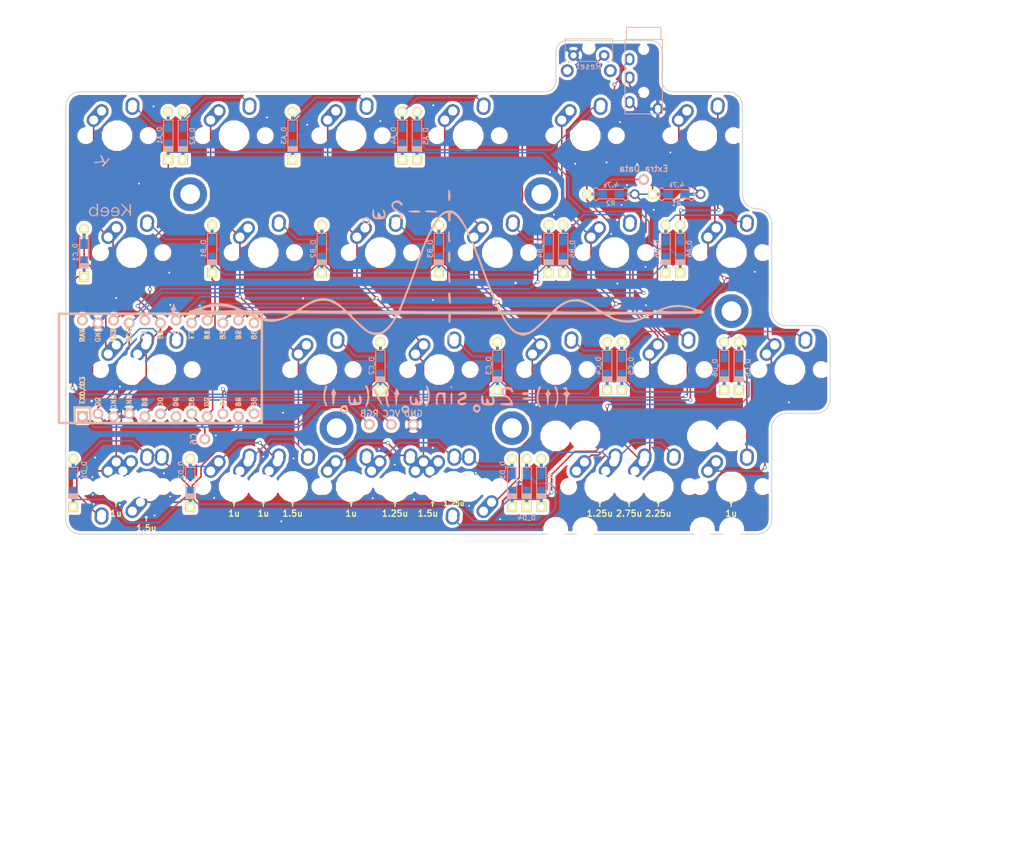
<source format=kicad_pcb>
(kicad_pcb (version 20241229) (generator "pcbnew") (generator_version "9.0")
  (layers (0 "F.Cu" signal) (2 "B.Cu" signal) (13 "F.Paste" user) (15 "B.Paste" user) (5 "F.SilkS" user) (7 "B.SilkS" user) (1 "F.Mask" user) (3 "B.Mask" user) (25 "Edge.Cuts" user))
  (net 0 "")
  (net 1 "GND")
  (net 2 "Net-(D_A1-Pad2)")
  (net 3 "Net-(D_A2-Pad2)")
  (net 4 "Net-(D_A3-Pad2)")
  (net 5 "Net-(D_A4-Pad2)")
  (net 6 "Net-(D_A5-Pad2)")
  (net 7 "Net-(D_A6-Pad2)")
  (net 8 "Net-(D_B1-Pad2)")
  (net 9 "Net-(D_B2-Pad2)")
  (net 10 "Net-(D_B3-Pad2)")
  (net 11 "Net-(D_B4-Pad2)")
  (net 12 "Net-(D_B5-Pad2)")
  (net 13 "Net-(D_B6-Pad2)")
  (net 14 "Net-(D_C1-Pad2)")
  (net 15 "Net-(D_C2-Pad2)")
  (net 16 "Net-(D_C3-Pad2)")
  (net 17 "Net-(D_C4-Pad2)")
  (net 18 "Net-(D_C5-Pad2)")
  (net 19 "Net-(D_C6-Pad2)")
  (net 20 "Net-(D_D1-Pad2)")
  (net 21 "Net-(D_D2-Pad2)")
  (net 22 "Net-(D_D3-Pad2)")
  (net 23 "Net-(D_D5-Pad2)")
  (net 24 "VCC")
  (net 25 "RGB")
  (net 26 "C6")
  (net 27 "data")
  (net 28 "data2")
  (net 29 "reset")
  (net 30 "rowB")
  (net 31 "rowC")
  (net 32 "rowD")
  (net 33 "col6")
  (net 34 "col5")
  (net 35 "col4")
  (net 36 "col3")
  (net 37 "col2")
  (net 38 "col1")
  (net 39 "rowA")
  (net 40 "Net-(D_D4-Pad2)")
  (net 41 "Net-(D_D6-Pad2)")
  (net 42 "Net-(U1-Pad24)")
  (net 43 "LED")
  (net 44 "col7")
  (net 45 "Net-(U1-Pad7)")
  (footprint "Keebio-Parts:Diode-Hybrid-Back" (layer "F.Cu") (at 33.337528 25.003146 -90)
    (property "Reference" "D_A1")
    (property "Value" "D" (hide yes))
  )
  (footprint "Keebio-Parts:Diode-Hybrid-Back" (layer "F.Cu") (at 35.71878 25.003146 -90)
    (property "Reference" "D_A2")
    (property "Value" "D" (hide yes))
  )
  (footprint "Keebio-Parts:Diode-Hybrid-Back" (layer "F.Cu") (at 53.57817 25.003146 -90)
    (property "Reference" "D_A3")
    (property "Value" "D" (hide yes))
  )
  (footprint "Keebio-Parts:Diode-Hybrid-Back" (layer "F.Cu") (at 71.43756 25.003146 -90)
    (property "Reference" "D_A4")
    (property "Value" "D" (hide yes))
  )
  (footprint "Keebio-Parts:Diode-Hybrid-Back" (layer "F.Cu") (at 73.818812 25.003146 -90)
    (property "Reference" "D_A5")
    (property "Value" "D" (hide yes))
  )
  (footprint "Keebio-Parts:Diode-Hybrid-Back" (layer "F.Cu") (at 116.681348 43.457849 -90)
    (property "Reference" "D_A6")
    (property "Value" "D" (hide yes))
  )
  (footprint "Keebio-Parts:Diode-Hybrid-Back" (layer "F.Cu") (at 40.481284 43.457849 -90)
    (property "Reference" "D_B1")
    (property "Value" "D" (hide yes))
  )
  (footprint "Keebio-Parts:Diode-Hybrid-Back" (layer "F.Cu") (at 58.340674 43.457849 -90)
    (property "Reference" "D_B2")
    (property "Value" "D" (hide yes))
  )
  (footprint "Keebio-Parts:Diode-Hybrid-Back" (layer "F.Cu") (at 77.39069 43.457849 -90)
    (property "Reference" "D_B3")
    (property "Value" "D" (hide yes))
  )
  (footprint "Keebio-Parts:Diode-Hybrid-Back" (layer "F.Cu") (at 95.25008 43.457849 -90)
    (property "Reference" "D_B4")
    (property "Value" "D" (hide yes))
  )
  (footprint "Keebio-Parts:Diode-Hybrid-Back" (layer "F.Cu") (at 97.631332 43.457849 -90)
    (property "Reference" "D_B5")
    (property "Value" "D" (hide yes))
  )
  (footprint "Keebio-Parts:Diode-Hybrid-Back" (layer "F.Cu") (at 114.300096 43.457849 -90)
    (property "Reference" "D_B6")
    (property "Value" "D" (hide yes))
  )
  (footprint "Keebio-Parts:Diode-Hybrid-Back" (layer "F.Cu") (at 19.645296 44.053088 -90)
    (property "Reference" "D_C1")
    (property "Value" "D" (hide yes))
  )
  (footprint "Keebio-Parts:Diode-Hybrid-Back" (layer "F.Cu") (at 67.865682 62.507865 -90)
    (property "Reference" "D_C2")
    (property "Value" "D" (hide yes))
  )
  (footprint "Keebio-Parts:Diode-Hybrid-Back" (layer "F.Cu") (at 86.915698 62.507865 -90)
    (property "Reference" "D_C3")
    (property "Value" "D" (hide yes))
  )
  (footprint "Keebio-Parts:Diode-Hybrid-Back" (layer "F.Cu") (at 104.775088 62.507865 -90)
    (property "Reference" "D_C4")
    (property "Value" "D" (hide yes))
  )
  (footprint "Keebio-Parts:Diode-Hybrid-Back" (layer "F.Cu") (at 107.15634 62.507865 -90)
    (property "Reference" "D_C5")
    (property "Value" "D" (hide yes))
  )
  (footprint "Keebio-Parts:Diode-Hybrid-Back" (layer "F.Cu") (at 123.825104 62.507865 -90)
    (property "Reference" "D_C6")
    (property "Value" "D" (hide yes))
  )
  (footprint "Keebio-Parts:Diode-Hybrid-Back" (layer "F.Cu") (at 17.85936 81.557881 -90)
    (property "Reference" "D_D1")
    (property "Value" "D" (hide yes))
  )
  (footprint "Keebio-Parts:Diode-Hybrid-Back" (layer "F.Cu") (at 36.909344 81.557881 -90)
    (property "Reference" "D_D2")
    (property "Value" "D" (hide yes))
  )
  (footprint "Keebio-Parts:Diode-Hybrid-Back" (layer "F.Cu") (at 89.29695 81.557881 -90)
    (property "Reference" "D_D3")
    (property "Value" "D" (hide yes))
  )
  (footprint "Keebio-Parts:Diode-Hybrid-Back" (layer "F.Cu") (at 94.059296 81.557744 -90)
    (property "Reference" "D_D5")
    (property "Value" "D" (hide yes))
  )
  (footprint "Keebio-Parts:Resistor-Hybrid-Back" (layer "F.Cu") (at 116.086035 34.528154)
    (property "Reference" "R1")
    (property "Value" "4.7k")
  )
  (footprint "MX_Alps_Hybrid:MX-1U-NoLED" (layer "F.Cu") (at 25.00004 25)
    (property "Reference" "SW_A1")
    (property "Value" "SW_PUSH")
  )
  (footprint "MX_Alps_Hybrid:MX-1U-NoLED" (layer "F.Cu") (at 44.050056 25)
    (property "Reference" "SW_A2")
    (property "Value" "SW_PUSH")
  )
  (footprint "MX_Alps_Hybrid:MX-1U-NoLED" (layer "F.Cu") (at 63.100072 25)
    (property "Reference" "SW_A3")
    (property "Value" "SW_PUSH")
  )
  (footprint "MX_Alps_Hybrid:MX-1U-NoLED" (layer "F.Cu") (at 82.150088 25)
    (property "Reference" "SW_A4")
    (property "Value" "SW_PUSH")
  )
  (footprint "MX_Alps_Hybrid:MX-1U-NoLED" (layer "F.Cu") (at 101.200104 25)
    (property "Reference" "SW_A5")
    (property "Value" "SW_PUSH")
  )
  (footprint "MX_Alps_Hybrid:MX-1U-NoLED" (layer "F.Cu") (at 120.25012 25)
    (property "Reference" "SW_A6")
    (property "Value" "SW_PUSH")
  )
  (footprint "MX_Alps_Hybrid:MX-1.25U-NoLED" (layer "F.Cu") (at 27.381292 44.050016)
    (property "Reference" "SW_B1")
    (property "Value" "SW_PUSH")
  )
  (footprint "MX_Alps_Hybrid:MX-1U-NoLED" (layer "F.Cu") (at 48.81256 44.050016)
    (property "Reference" "SW_B2")
    (property "Value" "SW_PUSH")
  )
  (footprint "MX_Alps_Hybrid:MX-1U-NoLED" (layer "F.Cu") (at 67.862576 44.050016)
    (property "Reference" "SW_B3")
    (property "Value" "SW_PUSH")
  )
  (footprint "MX_Alps_Hybrid:MX-1U-NoLED" (layer "F.Cu") (at 86.912592 44.053162)
    (property "Reference" "SW_B4")
    (property "Value" "SW_PUSH")
  )
  (footprint "MX_Alps_Hybrid:MX-1U-NoLED" (layer "F.Cu") (at 105.962608 44.050016)
    (property "Reference" "SW_B5")
    (property "Value" "SW_PUSH")
  )
  (footprint "MX_Alps_Hybrid:MX-1U-NoLED" (layer "F.Cu") (at 125.012624 44.050016)
    (property "Reference" "SW_B6")
    (property "Value" "SW_PUSH")
  )
  (footprint "MX_Alps_Hybrid:MX-1.75U-NoLED" (layer "F.Cu") (at 32.143796 63.100032)
    (property "Reference" "SW_C1")
    (property "Value" "SW_PUSH")
  )
  (footprint "MX_Alps_Hybrid:MX-1U-NoLED" (layer "F.Cu") (at 58.337568 63.100032)
    (property "Reference" "SW_C2")
    (property "Value" "SW_PUSH")
  )
  (footprint "MX_Alps_Hybrid:MX-1U-NoLED" (layer "F.Cu") (at 77.387584 63.100032)
    (property "Reference" "SW_C3")
    (property "Value" "SW_PUSH")
  )
  (footprint "MX_Alps_Hybrid:MX-1U-NoLED" (layer "F.Cu") (at 96.4376 63.100032)
    (property "Reference" "SW_C4")
    (property "Value" "SW_PUSH")
  )
  (footprint "MX_Alps_Hybrid:MX-1U-NoLED" (layer "F.Cu") (at 115.487616 63.100032)
    (property "Reference" "SW_C5")
    (property "Value" "SW_PUSH")
  )
  (footprint "MX_Alps_Hybrid:MX-1U-NoLED" (layer "F.Cu") (at 134.537632 63.100032)
    (property "Reference" "SW_C6")
    (property "Value" "SW_PUSH")
  )
  (footprint "MX_Alps_Hybrid:MX-1.25U-NoLED" (layer "F.Cu") (at 27.381292 82.150048)
    (property "Reference" "SW_D1")
    (property "Value" "SW_PUSH")
  )
  (footprint "MX_Alps_Hybrid:MX-1U-NoLED" (layer "F.Cu") (at 48.81256 82.150048)
    (property "Reference" "SW_D2")
    (property "Value" "SW_PUSH")
  )
  (footprint "MX_Alps_Hybrid:MX-1.25U-NoLED" (layer "F.Cu") (at 70.243828 82.150048)
    (property "Reference" "SW_D3")
    (property "Value" "SW_PUSH")
  )
  (footprint "MX_Alps_Hybrid:MX-2.75U-ReversedStabilizers-NoLED" (layer "F.Cu") (at 108.34386 82.150048)
    (property "Reference" "SW_D5")
    (property "Value" "SW_PUSH")
  )
  (footprint "MX_Alps_Hybrid:MX-1.5U-NoLED" (layer "F.Cu") (at 29.762544 82.150048)
    (property "Reference" "SW_Db1" (hide yes))
    (property "Value" "SW_PUSH")
  )
  (footprint "MX_Alps_Hybrid:MX-1.25U-NoLED" (layer "F.Cu") (at 79.768836 82.150064)
    (property "Reference" "SW_Db3" (hide yes))
    (property "Value" "SW_PUSH")
  )
  (footprint "MX_Alps_Hybrid:MX-2.25U-ReversedStabilizers-NoLED" (layer "F.Cu") (at 113.106364 82.153056)
    (property "Reference" "SW_Db5")
    (property "Value" "SW_PUSH")
  )
  (footprint "MX_Alps_Hybrid:MX-1.5U-NoLED" (layer "F.Cu") (at 77.387586 82.150064)
    (property "Reference" "SW_Dc3" (hide yes))
    (property "Value" "SW_PUSH")
  )
  (footprint "Keebio-Parts:ArduinoProMicro-ZigZag" (layer "F.Cu") (at 33.337528 62.901605)
    (property "Reference" "U1" (hide yes))
    (property "Value" "ProMicro" (hide yes))
  )
  (footprint "Keebio-Parts:Resistor-Hybrid-Back" (layer "F.Cu") (at 105.370401 34.528154)
    (property "Reference" "R2")
    (property "Value" "4.7k")
  )
  (footprint "MX_Alps_Hybrid:MX-1.5U-NoLED" (layer "F.Cu") (at 53.57506 82.150064)
    (property "Reference" "SW_Db2" (hide yes))
    (property "Value" "SW_PUSH")
  )
  (footprint "Keebio-Parts:VIA-0.6mm" (layer "F.Cu") (at 106.43 49.09)
    (property "Reference" "REF**" (hide yes))
    (property "Value" "VIA-0.6mm" (hide yes))
  )
  (footprint "Keebio-Parts:VIA-0.6mm" (layer "F.Cu") (at 28.57 32.8)
    (property "Reference" "REF**" (hide yes))
    (property "Value" "VIA-0.6mm" (hide yes))
  )
  (footprint "Keebio-Parts:VIA-0.6mm" (layer "F.Cu") (at 33.500938 47.305625)
    (property "Reference" "REF**" (hide yes))
    (property "Value" "VIA-0.6mm" (hide yes))
  )
  (footprint "Keebio-Parts:VIA-0.6mm" (layer "F.Cu") (at 33.68 52.56)
    (property "Reference" "REF**" (hide yes))
    (property "Value" "VIA-0.6mm" (hide yes))
  )
  (footprint "Keebio-Parts:VIA-0.6mm" (layer "F.Cu") (at 38.475938 52.680625)
    (property "Reference" "REF**" (hide yes))
    (property "Value" "VIA-0.6mm" (hide yes))
  )
  (footprint "Keebio-Parts:VIA-0.6mm" (layer "F.Cu") (at 95.470938 30.939687)
    (property "Reference" "REF**" (hide yes))
    (property "Value" "VIA-0.6mm" (hide yes))
  )
  (footprint "Keebio-Parts:VIA-0.6mm" (layer "F.Cu") (at 99.58 29.58)
    (property "Reference" "REF**" (hide yes))
    (property "Value" "VIA-0.6mm" (hide yes))
  )
  (footprint "Keebio-Parts:VIA-0.6mm" (layer "F.Cu") (at 96.110938 37.859687)
    (property "Reference" "REF**" (hide yes))
    (property "Value" "VIA-0.6mm" (hide yes))
  )
  (footprint "Keebio-Parts:VIA-0.6mm" (layer "F.Cu") (at 112.370938 37.089687)
    (property "Reference" "REF**" (hide yes))
    (property "Value" "VIA-0.6mm" (hide yes))
  )
  (footprint "Keebio-Parts:VIA-0.6mm" (layer "F.Cu") (at 76.480938 20.059687)
    (property "Reference" "REF**" (hide yes))
    (property "Value" "VIA-0.6mm" (hide yes))
  )
  (footprint "Keebio-Parts:VIA-0.6mm" (layer "F.Cu") (at 111.090938 52.625625)
    (property "Reference" "REF**" (hide yes))
    (property "Value" "VIA-0.6mm" (hide yes))
  )
  (footprint "Keebio-Parts:VIA-0.6mm" (layer "F.Cu") (at 104.680938 29.355625)
    (property "Reference" "REF**" (hide yes))
    (property "Value" "VIA-0.6mm" (hide yes))
  )
  (footprint "Keebio-Parts:VIA-0.6mm" (layer "F.Cu") (at 109.650938 29.635625)
    (property "Reference" "REF**" (hide yes))
    (property "Value" "VIA-0.6mm" (hide yes))
  )
  (footprint "Keebio-Parts:VIA-0.6mm" (layer "F.Cu") (at 73.340938 84.235625)
    (property "Reference" "REF**" (hide yes))
    (property "Value" "VIA-0.6mm" (hide yes))
  )
  (footprint "Keebio-Parts:VIA-0.6mm" (layer "F.Cu") (at 83.400938 79.935625)
    (property "Reference" "REF**" (hide yes))
    (property "Value" "VIA-0.6mm" (hide yes))
  )
  (footprint "Keebio-Parts:VIA-0.6mm" (layer "F.Cu") (at 76.390938 75.855625)
    (property "Reference" "REF**" (hide yes))
    (property "Value" "VIA-0.6mm" (hide yes))
  )
  (footprint "Keebio-Parts:VIA-0.6mm" (layer "F.Cu") (at 53.720938 77.565625)
    (property "Reference" "REF**" (hide yes))
    (property "Value" "VIA-0.6mm" (hide yes))
  )
  (footprint "Keebio-Parts:VIA-0.6mm" (layer "F.Cu") (at 76.420938 51.775625)
    (property "Reference" "REF**" (hide yes))
    (property "Value" "VIA-0.6mm" (hide yes))
  )
  (footprint "Keebio-Parts:VIA-0.6mm" (layer "F.Cu") (at 55.290938 51.495625)
    (property "Reference" "REF**" (hide yes))
    (property "Value" "VIA-0.6mm" (hide yes))
  )
  (footprint "Mounting_Holes:MountingHole_3.2mm_M3_ISO14580_Pad" (layer "F.Cu") (at 36.909375 34.528125)
    (property "Reference" "REF**" (hide yes))
    (property "Value" "MountingHole_3.2mm_M3_ISO14580_Pad" (hide yes))
  )
  (footprint "Mounting_Holes:MountingHole_3.2mm_M3_ISO14580_Pad" (layer "F.Cu") (at 89.296875 72.628125)
    (property "Reference" "REF**" (hide yes))
    (property "Value" "MountingHole_3.2mm_M3_ISO14580_Pad" (hide yes))
  )
  (footprint "Mounting_Holes:MountingHole_3.2mm_M3_ISO14580_Pad" (layer "F.Cu") (at 60.721875 72.628125)
    (property "Reference" "REF**" (hide yes))
    (property "Value" "MountingHole_3.2mm_M3_ISO14580_Pad" (hide yes))
  )
  (footprint "Mounting_Holes:MountingHole_3.2mm_M3_ISO14580_Pad" (layer "F.Cu") (at 94.059375 34.528125)
    (property "Reference" "REF**" (hide yes))
    (property "Value" "MountingHole_3.2mm_M3_ISO14580_Pad" (hide yes))
  )
  (footprint "Mounting_Holes:MountingHole_3.2mm_M3_ISO14580_Pad" (layer "F.Cu") (at 125.01573 53.57817)
    (property "Reference" "REF**" (hide yes))
    (property "Value" "MountingHole_3.2mm_M3_ISO14580_Pad" (hide yes))
  )
  (footprint "Keebio-Parts:VIA-0.6mm" (layer "F.Cu") (at 128.800938 47.175625)
    (property "Reference" "REF**" (hide yes))
    (property "Value" "VIA-0.6mm" (hide yes))
  )
  (footprint "Keebio-Parts:VIA-0.6mm" (layer "F.Cu") (at 107.110938 36.309687)
    (property "Reference" "REF**" (hide yes))
    (property "Value" "VIA-0.6mm" (hide yes))
  )
  (footprint "Keebio-Parts:VIA-0.6mm" (layer "F.Cu") (at 106.87 22.79)
    (property "Reference" "REF**" (hide yes))
    (property "Value" "VIA-0.6mm" (hide yes))
  )
  (footprint "MX_Alps_Hybrid:MX-1.25U-NoLED" (layer "F.Cu") (at 27.384352 63.103072)
    (property "Reference" "SW_Cb1" (hide yes))
    (property "Value" "SW_PUSH")
  )
  (footprint "Keebio-Parts:VIA-0.6mm" (layer "F.Cu") (at 25.48 65.87)
    (property "Reference" "REF**" (hide yes))
    (property "Value" "VIA-0.6mm" (hide yes))
  )
  (footprint "Keebio-Parts:VIA-0.6mm" (layer "F.Cu") (at 21.04 83.46)
    (property "Reference" "REF**" (hide yes))
    (property "Value" "VIA-0.6mm" (hide yes))
  )
  (footprint "Keebio-Parts:VIA-0.6mm" (layer "F.Cu") (at 25.46 85.11)
    (property "Reference" "REF**" (hide yes))
    (property "Value" "VIA-0.6mm" (hide yes))
  )
  (footprint "Keebio-Parts:VIA-0.6mm" (layer "F.Cu") (at 21.19 85)
    (property "Reference" "REF**" (hide yes))
    (property "Value" "VIA-0.6mm" (hide yes))
  )
  (footprint "Keebio-Parts:VIA-0.6mm" (layer "F.Cu") (at 48.81 77.29)
    (property "Reference" "REF**" (hide yes))
    (property "Value" "VIA-0.6mm" (hide yes))
  )
  (footprint "Keebio-Parts:VIA-0.6mm" (layer "F.Cu") (at 90.65 81.72)
    (property "Reference" "REF**" (hide yes))
    (property "Value" "VIA-0.6mm" (hide yes))
  )
  (footprint "Keebio-Parts:Diode-Hybrid-Back" (layer "F.Cu") (at 91.678048 81.557744 -90)
    (property "Reference" "D_D4")
    (property "Value" "D" (hide yes))
  )
  (footprint "MX_Alps_Hybrid:MX-1U-NoLED" (layer "F.Cu") (at 82.153056 82.153056 180)
    (property "Reference" "SW_D4")
    (property "Value" "SW_PUSH")
  )
  (footprint "MX_Alps_Hybrid:MX-1U-NoLED" (layer "F.Cu") (at 44.053088 82.153056)
    (property "Reference" "SW_Dc2" (hide yes))
    (property "Value" "SW_PUSH")
  )
  (footprint "MX_Alps_Hybrid:MX-1U-NoLED" (layer "F.Cu") (at 25.003104 82.153056 180)
    (property "Reference" "SW_Dc1" (hide yes))
    (property "Value" "SW_PUSH")
  )
  (footprint "Keebio-Parts:VIA-0.6mm" (layer "F.Cu") (at 51.74 87.83)
    (property "Reference" "REF**" (hide yes))
    (property "Value" "VIA-0.6mm" (hide yes))
  )
  (footprint "Keebio-Parts:VIA-0.6mm" (layer "F.Cu") (at 31.13 86.86)
    (property "Reference" "REF**" (hide yes))
    (property "Value" "VIA-0.6mm" (hide yes))
  )
  (footprint "Keebio-Parts:VIA-0.6mm" (layer "F.Cu") (at 21.43 77.44)
    (property "Reference" "REF**" (hide yes))
    (property "Value" "VIA-0.6mm" (hide yes))
  )
  (footprint "Keebio-Parts:VIA-0.6mm" (layer "F.Cu") (at 21 80.6)
    (property "Reference" "REF**" (hide yes))
    (property "Value" "VIA-0.6mm" (hide yes))
  )
  (footprint "Keebio-Parts:VIA-0.6mm" (layer "F.Cu") (at 40.81 83.99)
    (property "Reference" "REF**" (hide yes))
    (property "Value" "VIA-0.6mm" (hide yes))
  )
  (footprint "Keebio-Parts:VIA-0.6mm" (layer "F.Cu") (at 66.63 84.04)
    (property "Reference" "REF**" (hide yes))
    (property "Value" "VIA-0.6mm" (hide yes))
  )
  (footprint "Keebio-Parts:VIA-0.6mm" (layer "F.Cu") (at 70.21 78.59)
    (property "Reference" "REF**" (hide yes))
    (property "Value" "VIA-0.6mm" (hide yes))
  )
  (footprint "Keebio-Parts:VIA-0.6mm" (layer "F.Cu") (at 82.32 85.29)
    (property "Reference" "REF**" (hide yes))
    (property "Value" "VIA-0.6mm" (hide yes))
  )
  (footprint "Keebio-Parts:VIA-0.6mm" (layer "F.Cu") (at 87.37 87.47)
    (property "Reference" "REF**" (hide yes))
    (property "Value" "VIA-0.6mm" (hide yes))
  )
  (footprint "Keebio-Parts:VIA-0.6mm" (layer "F.Cu") (at 67.65 76.03)
    (property "Reference" "REF**" (hide yes))
    (property "Value" "VIA-0.6mm" (hide yes))
  )
  (footprint "Keebio-Parts:VIA-0.6mm" (layer "F.Cu") (at 32.63 79.99)
    (property "Reference" "REF**" (hide yes))
    (property "Value" "VIA-0.6mm" (hide yes))
  )
  (footprint "Keebio-Parts:VIA-0.6mm" (layer "F.Cu") (at 33.65 83.77)
    (property "Reference" "REF**" (hide yes))
    (property "Value" "VIA-0.6mm" (hide yes))
  )
  (footprint "Keebio-Parts:VIA-0.6mm" (layer "F.Cu") (at 41.076528 73.818688)
    (property "Reference" "REF**" (hide yes))
    (property "Value" "VIA-0.6mm" (hide yes))
  )
  (footprint "Keebio-Parts:VIA-0.6mm" (layer "F.Cu") (at 115.070938 27.735625)
    (property "Reference" "REF**" (hide yes))
    (property "Value" "VIA-0.6mm" (hide yes))
  )
  (footprint "Keebio-Parts:VIA-0.6mm" (layer "F.Cu") (at 108 33.07)
    (property "Reference" "REF**" (hide yes))
    (property "Value" "VIA-0.6mm" (hide yes))
  )
  (footprint "Keebio-Parts:VIA-0.6mm" (layer "F.Cu") (at 24.86 51.43)
    (property "Reference" "REF**" (hide yes))
    (property "Value" "VIA-0.6mm" (hide yes))
  )
  (footprint "Keebio-Parts:VIA-0.6mm" (layer "F.Cu") (at 67.865568 22.621856)
    (property "Reference" "REF**" (hide yes))
    (property "Value" "VIA-0.6mm" (hide yes))
  )
  (footprint "Keebio-Parts:VIA-0.6mm" (layer "F.Cu") (at 55.959328 23.217168)
    (property "Reference" "REF**" (hide yes))
    (property "Value" "VIA-0.6mm" (hide yes))
  )
  (footprint "Keebio-Parts:VIA-0.6mm" (layer "F.Cu") (at 49.410896 22.026544)
    (property "Reference" "REF**" (hide yes))
    (property "Value" "VIA-0.6mm" (hide yes))
  )
  (footprint "Keebio-Parts:VIA-0.6mm" (layer "F.Cu") (at 30.956224 20.240608)
    (property "Reference" "REF**" (hide yes))
    (property "Value" "VIA-0.6mm" (hide yes))
  )
  (footprint "Keebio-Parts:VIA-0.6mm" (layer "F.Cu") (at 111.01 46.37)
    (property "Reference" "REF**" (hide yes))
    (property "Value" "VIA-0.6mm" (hide yes))
  )
  (footprint "Keebio-Parts:VIA-0.6mm" (layer "F.Cu") (at 51.99 70.12)
    (property "Reference" "REF**" (hide yes))
    (property "Value" "VIA-0.6mm" (hide yes))
  )
  (footprint "Keebio-Parts:Diode-Hybrid-Back" (layer "F.Cu") (at 126.206356 62.507865 -90)
    (property "Reference" "D_D6")
    (property "Value" "D" (hide yes))
  )
  (footprint "MX_Alps_Hybrid:MX-1U-NoLED" (layer "F.Cu") (at 125.01573 82.153194)
    (property "Reference" "SW_D6")
    (property "Value" "SW_PUSH")
  )
  (footprint "MX_Alps_Hybrid:MX-1.25U-NoLED" (layer "F.Cu") (at 103.584462 82.153194)
    (property "Reference" "SW_Dc5")
    (property "Value" "SW_PUSH")
  )
  (footprint "Keebio-Parts:VIA-0.6mm" (layer "F.Cu") (at 105.43 41.02)
    (property "Reference" "REF**" (hide yes))
    (property "Value" "VIA-0.6mm" (hide yes))
  )
  (footprint "Keebio-Parts:VIA-0.6mm" (layer "F.Cu") (at 134.35 68.44)
    (property "Reference" "REF**" (hide yes))
    (property "Value" "VIA-0.6mm" (hide yes))
  )
  (footprint "MX_Alps_Hybrid:MX-1U-NoLED" (layer "F.Cu") (at 63.103072 82.153056)
    (property "Reference" "SW_Dd3" (hide yes))
    (property "Value" "SW_PUSH")
  )
  (footprint "Keebio-Parts:Single-Pad" (layer "B.Cu") (at 69.651504 72.032752)
    (property "Reference" "J1" (hide yes))
    (property "Value" "VCC")
  )
  (footprint "Keebio-Parts:Single-Pad" (layer "B.Cu") (at 66.079632 72.032752)
    (property "Reference" "J3" (hide yes))
    (property "Value" "RGB")
  )
  (footprint "Keebio-Parts:Single-Pad" (layer "B.Cu") (at 39.290658 74.414125 90)
    (property "Reference" "J6" (hide yes))
    (property "Value" "C6")
  )
  (footprint "Keebio-Parts:Single-Pad" (layer "B.Cu") (at 73.223376 72.032752)
    (property "Reference" "J7" (hide yes))
    (property "Value" "GND")
  )
  (footprint "Keebio-Parts:SW_Tactile_SPST_Angled_MJTP1117" (layer "B.Cu") (at 104.298352 11.925616 180)
    (property "Reference" "SW_RST1" (hide yes))
    (property "Value" "Reset")
  )
  (footprint "Keebio-Parts:Single-Pad" (layer "B.Cu") (at 110.728218 32.146902)
    (property "Reference" "W2" (hide yes))
    (property "Value" "Extra Data")
  )
  (footprint "Keebio-Art:Keebio-TwoTone" (layer "B.Cu") (at 22.49 32.48 180)
    (property "Reference" "G***" (hide yes))
    (property "Value" "LOGO" (hide yes))
  )
  (footprint "Keebio-Art:AIRI-Logo2" (layer "B.Cu") (at 61.912448 34.528096 180)
    (property "Reference" "G***" (hide yes))
    (property "Value" "LOGO" (hide yes))
  )
  (footprint "Keebio-Art:Fourier-Sinc" (layer "B.Cu") (at 77.01 51.86 180)
    (property "Reference" "G***" (hide yes))
    (property "Value" "LOGO" (hide yes))
  )
  (footprint "Keebio-Art:Fourier-1.2" (layer "B.Cu") (at 69.056192 87.510864 180)
    (property "Reference" "G***" (hide yes))
    (property "Value" "LOGO" (hide yes))
  )
  (footprint "Keebio-Parts:TRRS-PJ-320A" (layer "B.Cu") (at 110.728404 9.354703 180)
    (property "Reference" "U2")
    (property "Value" "TRRS")
  )
  (gr_line (start 94.654608 17.85936) (end 19.049984 17.85936) (stroke (width 0.15)) (layer "Edge.Cuts"))
  (gr_arc (start 129.182917 36.909344) (mid 127.49912 36.211893) (end 126.801669 34.528096) (stroke (width 0.15)) (layer "Edge.Cuts"))
  (gr_arc (start 138.707929 55.959422) (mid 140.391726 56.656873) (end 141.089177 58.34067) (stroke (width 0.15)) (layer "Edge.Cuts"))
  (gr_arc (start 131.564173 72.628064) (mid 132.261624 70.944267) (end 133.945421 70.246816) (stroke (width 0.15)) (layer "Edge.Cuts"))
  (gr_line (start 126.801669 34.528096) (end 126.801456 20.240608) (stroke (width 0.15)) (layer "Edge.Cuts"))
  (gr_line (start 138.707929 70.246934) (end 133.945199 70.246816) (stroke (width 0.15)) (layer "Edge.Cuts"))
  (gr_line (start 131.563952 87.510864) (end 131.564173 72.628214) (stroke (width 0.15)) (layer "Edge.Cuts"))
  (gr_line (start 133.945211 55.959328) (end 138.707929 55.959422) (stroke (width 0.15)) (layer "Edge.Cuts"))
  (gr_line (start 16.668736 20.240608) (end 16.668736 87.510864) (stroke (width 0.15)) (layer "Edge.Cuts"))
  (gr_arc (start 131.564169 87.510864) (mid 130.866718 89.194661) (end 129.182921 89.892112) (stroke (width 0.15)) (layer "Edge.Cuts"))
  (gr_line (start 124.420208 17.85936) (end 115.490528 17.85936) (stroke (width 0.15)) (layer "Edge.Cuts"))
  (gr_line (start 98.22648 9.524992) (end 111.918656 9.524992) (stroke (width 0.15)) (layer "Edge.Cuts"))
  (gr_arc (start 124.420417 17.85936) (mid 126.104214 18.556811) (end 126.801665 20.240608) (stroke (width 0.15)) (layer "Edge.Cuts"))
  (gr_arc (start 141.089177 67.865686) (mid 140.391726 69.549483) (end 138.707929 70.246934) (stroke (width 0.15)) (layer "Edge.Cuts"))
  (gr_arc (start 16.668768 20.240608) (mid 17.366219 18.556811) (end 19.050016 17.85936) (stroke (width 0.15)) (layer "Edge.Cuts"))
  (gr_line (start 131.564173 39.290658) (end 131.563951 53.57808) (stroke (width 0.15)) (layer "Edge.Cuts"))
  (gr_line (start 19.049984 89.892112) (end 129.182704 89.892112) (stroke (width 0.15)) (layer "Edge.Cuts"))
  (gr_arc (start 115.490528 17.85936) (mid 114.227681 17.336271) (end 113.704592 16.073424) (stroke (width 0.15)) (layer "Edge.Cuts"))
  (gr_line (start 141.089419 67.865658) (end 141.089181 58.340576) (stroke (width 0.15)) (layer "Edge.Cuts"))
  (gr_arc (start 133.945425 55.959328) (mid 132.261628 55.261877) (end 131.564177 53.57808) (stroke (width 0.15)) (layer "Edge.Cuts"))
  (gr_arc (start 111.918656 9.524992) (mid 113.181503 10.048081) (end 113.704592 11.310928) (stroke (width 0.15)) (layer "Edge.Cuts"))
  (gr_arc (start 96.440544 11.310928) (mid 96.963633 10.048081) (end 98.22648 9.524992) (stroke (width 0.15)) (layer "Edge.Cuts"))
  (gr_line (start 113.704592 16.073424) (end 113.704592 11.310928) (stroke (width 0.15)) (layer "Edge.Cuts"))
  (gr_line (start 96.440544 16.073424) (end 96.440544 11.310928) (stroke (width 0.15)) (layer "Edge.Cuts"))
  (gr_arc (start 96.440544 16.073424) (mid 95.917455 17.336271) (end 94.654608 17.85936) (stroke (width 0.15)) (layer "Edge.Cuts"))
  (gr_arc (start 129.182925 36.90941) (mid 130.866722 37.606861) (end 131.564173 39.290658) (stroke (width 0.15)) (layer "Edge.Cuts"))
  (gr_arc (start 19.049984 89.892112) (mid 17.366187 89.194661) (end 16.668736 87.510864) (stroke (width 0.15)) (layer "Edge.Cuts"))
  (gr_text "↑\n2.25u" (at 113.10947 85.725072 0) (layer "F.SilkS") (effects (font (size 1 1) (thickness 0.2))))
  (gr_text "↑\n2.75u" (at 108.346966 85.725072 0) (layer "F.SilkS") (effects (font (size 1 1) (thickness 0.2))))
  (gr_text "↑\n1.25u" (at 103.584462 85.725072 0) (layer "F.SilkS") (effects (font (size 1 1) (thickness 0.2))))
  (gr_text "↑\n1u" (at 48.815666 85.725072 0) (layer "F.SilkS") (effects (font (size 1 1) (thickness 0.2))))
  (gr_text "↑\n1u" (at 44.053162 85.725072 0) (layer "F.SilkS") (effects (font (size 1 1) (thickness 0.2))))
  (gr_text "↑\n1.5u" (at 53.57817 85.725072 0) (layer "F.SilkS") (effects (font (size 1 1) (thickness 0.2))))
  (gr_text "↑\n1u" (at 63.103178 85.725072 0) (layer "F.SilkS") (effects (font (size 1 1) (thickness 0.2))))
  (gr_text "↑\n1.25u" (at 70.246934 85.725072 0) (layer "F.SilkS") (effects (font (size 1 1) (thickness 0.2))))
  (gr_text "  ↑\n1.5u" (at 75.604751 85.725072 0) (layer "F.SilkS") (effects (font (size 1 1) (thickness 0.2))))
  (gr_text "1.25u" (at 79.83 84.89 0) (layer "F.SilkS") (effects (font (size 0.8 0.8) (thickness 0.2))))
  (gr_text "↑\n1u" (at 24.83 85.725072 0) (layer "F.SilkS") (effects (font (size 1 1) (thickness 0.2))))
  (gr_text "↑\n1.5u" (at 29.76565 88.106324 0) (layer "F.SilkS") (effects (font (size 1 1) (thickness 0.2))))
  (gr_text "↑\n1u" (at 124.968 85.725072 0) (layer "F.SilkS") (effects (font (size 1 1) (thickness 0.2))))
  (segment (start 93.25 68.84) (end 93.25 62.54) (width 0.512) (layer "F.Cu") (net 1))
  (segment (start 92.81 18.93) (end 96.28 18.93) (width 0.512) (layer "F.Cu") (net 1))
  (segment (start 95.94 59.85) (end 95.94 55.05) (width 0.512) (layer "F.Cu") (net 1))
  (segment (start 96.28 18.93) (end 100.173351 15.036649) (width 0.512) (layer "F.Cu") (net 1))
  (segment (start 90.19 21.55) (end 92.81 18.93) (width 0.512) (layer "F.Cu") (net 1))
  (segment (start 89.88 41.84) (end 91.33 40.39) (width 0.512) (layer "F.Cu") (net 1))
  (segment (start 91.33 37.171424) (end 90.19 36.031424) (width 0.512) (layer "F.Cu") (net 1))
  (segment (start 100.173351 15.036649) (end 100.173351 12.800615) (width 0.512) (layer "F.Cu") (net 1))
  (segment (start 95.94 55.05) (end 89.88 48.99) (width 0.512) (layer "F.Cu") (net 1))
  (segment (start 100.173351 12.800615) (end 99.298352 11.925616) (width 0.512) (layer "F.Cu") (net 1))
  (segment (start 20.87 68.22) (end 20.87 56.547733) (width 0.512) (layer "F.Cu") (net 1))
  (segment (start 106.42 38.72) (end 107.110938 38.029062) (width 0.25) (layer "F.Cu") (net 1))
  (segment (start 20.87 56.547733) (end 21.907528 55.510205) (width 0.512) (layer "F.Cu") (net 1))
  (segment (start 90.19 36.031424) (end 90.19 21.55) (width 0.512) (layer "F.Cu") (net 1))
  (segment (start 107.110938 38.029062) (end 107.110938 36.309687) (width 0.25) (layer "F.Cu") (net 1))
  (segment (start 89.88 48.99) (end 89.88 41.84) (width 0.512) (layer "F.Cu") (net 1))
  (segment (start 91.33 40.39) (end 91.33 37.171424) (width 0.512) (layer "F.Cu") (net 1))
  (segment (start 93.25 62.54) (end 95.94 59.85) (width 0.512) (layer "F.Cu") (net 1))
  (via (at 20.87 68.22) (size 0.6) (drill 0.4) (layers "F.Cu" "B.Cu") (net 1))
  (via (at 93.25 68.84) (size 0.6) (drill 0.4) (layers "F.Cu" "B.Cu") (net 1))
  (via (at 89.88 48.99) (size 0.6) (drill 0.4) (layers "F.Cu" "B.Cu") (net 1))
  (via (at 106.42 38.72) (size 0.6) (drill 0.4) (layers "F.Cu" "B.Cu") (net 1))
  (segment (start 105.43 41.02) (end 105.43 39.71) (width 0.25) (layer "B.Cu") (net 1))
  (segment (start 24.447528 70.750205) (end 21.917323 68.22) (width 0.512) (layer "B.Cu") (net 1))
  (segment (start 73.223376 72.032752) (end 76.516128 68.74) (width 0.512) (layer "B.Cu") (net 1))
  (segment (start 21.907528 55.510205) (end 24.197733 53.22) (width 0.512) (layer "B.Cu") (net 1))
  (segment (start 76.516128 68.74) (end 93.15 68.74) (width 0.512) (layer "B.Cu") (net 1))
  (segment (start 93.15 68.74) (end 93.25 68.84) (width 0.512) (layer "B.Cu") (net 1))
  (segment (start 111.716404 20.654703) (end 111.121107 21.25) (width 0.512) (layer "B.Cu") (net 1))
  (segment (start 113.028404 20.654703) (end 111.716404 20.654703) (width 0.512) (layer "B.Cu") (net 1))
  (segment (start 105.43 39.71) (end 106.42 38.72) (width 0.25) (layer "B.Cu") (net 1))
  (segment (start 107.63 21.25) (end 103.86 17.48) (width 0.512) (layer "B.Cu") (net 1))
  (segment (start 21.917323 68.22) (end 20.87 68.22) (width 0.512) (layer "B.Cu") (net 1))
  (segment (start 24.447528 70.750205) (end 26.530328 70.750205) (width 0.512) (layer "B.Cu") (net 1))
  (segment (start 24.197733 53.22) (end 25.7 53.22) (width 0.512) (layer "B.Cu") (net 1))
  (segment (start 103.86 17.48) (end 103.86 16.487264) (width 0.512) (layer "B.Cu") (net 1))
  (segment (start 25.7 53.22) (end 29.68 49.24) (width 0.512) (layer "B.Cu") (net 1))
  (segment (start 103.86 16.487264) (end 99.298352 11.925616) (width 0.512) (layer "B.Cu") (net 1))
  (segment (start 111.121107 21.25) (end 107.63 21.25) (width 0.512) (layer "B.Cu") (net 1))
  (segment (start 89.63 49.24) (end 89.88 48.99) (width 0.512) (layer "B.Cu") (net 1))
  (segment (start 29.68 49.24) (end 89.63 49.24) (width 0.512) (layer "B.Cu") (net 1))
  (segment (start 26.530328 70.750205) (end 26.987528 70.293005) (width 0.512) (layer "B.Cu") (net 1))
  (segment (start 27.54004 19.92) (end 31.048186 23.428146) (width 0.25) (layer "B.Cu") (net 2))
  (segment (start 31.048186 23.428146) (end 33.337528 23.428146) (width 0.25) (layer "B.Cu") (net 2))
  (segment (start 35.71878 22.578146) (end 39.501925 18.795001) (width 0.25) (layer "B.Cu") (net 3))
  (segment (start 35.71878 23.428146) (end 35.71878 22.578146) (width 0.25) (layer "B.Cu") (net 3))
  (segment (start 45.465057 18.795001) (end 46.590056 19.92) (width 0.25) (layer "B.Cu") (net 3))
  (segment (start 39.501925 18.795001) (end 45.465057 18.795001) (width 0.25) (layer "B.Cu") (net 3))
  (segment (start 64.515073 18.795001) (end 65.640072 19.92) (width 0.25) (layer "B.Cu") (net 4))
  (segment (start 57.361315 18.795001) (end 64.515073 18.795001) (width 0.25) (layer "B.Cu") (net 4))
  (segment (start 53.57817 22.578146) (end 57.361315 18.795001) (width 0.25) (layer "B.Cu") (net 4))
  (segment (start 53.57817 23.428146) (end 53.57817 22.578146) (width 0.25) (layer "B.Cu") (net 4))
  (segment (start 71.43756 23.603146) (end 71.43756 22.303146) (width 0.25) (layer "B.Cu") (net 5))
  (segment (start 71.43756 21.303146) (end 73.945705 18.795001) (width 0.25) (layer "B.Cu") (net 5))
  (segment (start 73.945705 18.795001) (end 83.565089 18.795001) (width 0.25) (layer "B.Cu") (net 5))
  (segment (start 71.43756 22.303146) (end 71.43756 21.303146) (width 0.25) (layer "B.Cu") (net 5))
  (segment (start 83.565089 18.795001) (end 84.690088 19.92) (width 0.25) (layer "B.Cu") (net 5))
  (segment (start 103.700104 20.5) (end 102.396106 20.5) (width 0.25) (layer "B.Cu") (net 6))
  (segment (start 75.328901 27.318901) (end 74.91 26.9) (width 0.25) (layer "B.Cu") (net 6))
  (segment (start 95.577205 27.318901) (end 75.328901 27.318901) (width 0.25) (layer "B.Cu") (net 6))
  (segment (start 74.91 24.30848) (end 74.029666 23.428146) (width 0.25) (layer "B.Cu") (net 6))
  (segment (start 74.91 26.9) (end 74.91 24.30848) (width 0.25) (layer "B.Cu") (net 6))
  (segment (start 73.818812 22.303146) (end 73.818812 23.803146) (width 0.25) (layer "B.Cu") (net 6))
  (segment (start 102.396106 20.5) (end 95.577205 27.318901) (width 0.25) (layer "B.Cu") (net 6))
  (segment (start 74.029666 23.428146) (end 73.818812 23.428146) (width 0.25) (layer "B.Cu") (net 6))
  (segment (start 122.79012 19.92) (end 122.79012 36.95511) (width 0.25) (layer "F.Cu") (net 7))
  (segment (start 116.681348 37.238652) (end 116.76 37.16) (width 0.25) (layer "F.Cu") (net 7))
  (segment (start 122.79012 36.95511) (end 122.92501 37.09) (width 0.25) (layer "F.Cu") (net 7))
  (segment (start 116.681348 39.557849) (end 116.681348 37.238652) (width 0.25) (layer "F.Cu") (net 7))
  (via (at 116.76 37.16) (size 0.6) (drill 0.4) (layers "F.Cu" "B.Cu") (net 7))
  (via (at 122.92501 37.09) (size 0.6) (drill 0.4) (layers "F.Cu" "B.Cu") (net 7))
  (segment (start 116.681348 40.757849) (end 116.681348 42.057849) (width 0.25) (layer "B.Cu") (net 7))
  (segment (start 122.85501 37.16) (end 122.92501 37.09) (width 0.25) (layer "B.Cu") (net 7))
  (segment (start 116.76 37.16) (end 122.85501 37.16) (width 0.25) (layer "B.Cu") (net 7))
  (segment (start 40.481284 41.882849) (end 32.834125 41.882849) (width 0.25) (layer "B.Cu") (net 8))
  (segment (start 32.834125 41.882849) (end 29.921292 38.970016) (width 0.25) (layer "B.Cu") (net 8))
  (segment (start 54.265393 41.882849) (end 51.35256 38.970016) (width 0.25) (layer "B.Cu") (net 9))
  (segment (start 58.340674 41.882849) (end 54.265393 41.882849) (width 0.25) (layer "B.Cu") (net 9))
  (segment (start 77.39069 41.882849) (end 73.315409 41.882849) (width 0.25) (layer "B.Cu") (net 10))
  (segment (start 73.315409 41.882849) (end 70.402576 38.970016) (width 0.25) (layer "B.Cu") (net 10))
  (segment (start 91.742279 41.882849) (end 89.412592 39.553162) (width 0.25) (layer "B.Cu") (net 11))
  (segment (start 95.25008 41.882849) (end 91.742279 41.882849) (width 0.25) (layer "B.Cu") (net 11))
  (segment (start 98.131332 40.757849) (end 97.631332 40.757849) (width 0.25) (layer "B.Cu") (net 12))
  (segment (start 98.131332 40.757849) (end 101.044164 37.845017) (width 0.25) (layer "B.Cu") (net 12))
  (segment (start 97.631332 40.757849) (end 97.631332 42.057849) (width 0.25) (layer "B.Cu") (net 12))
  (segment (start 107.377609 37.845017) (end 108.502608 38.970016) (width 0.25) (layer "B.Cu") (net 12))
  (segment (start 101.044164 37.845017) (end 107.377609 37.845017) (width 0.25) (layer "B.Cu") (net 12))
  (segment (start 125.961634 38.970016) (end 127.552624 38.970016) (width 0.25) (layer "B.Cu") (net 13))
  (segment (start 124.93662 37.945002) (end 125.961634 38.970016) (width 0.25) (layer "B.Cu") (net 13))
  (segment (start 115.912943 37.945002) (end 124.93662 37.945002) (width 0.25) (layer "B.Cu") (net 13))
  (segment (start 114.300096 42.057849) (end 114.300096 40.757849) (width 0.25) (layer "B.Cu") (net 13))
  (segment (start 114.300096 39.557849) (end 115.912943 37.945002) (width 0.25) (layer "B.Cu") (net 13))
  (segment (start 23.17 48.74) (end 19.645296 45.215296) (width 0.25) (layer "F.Cu") (net 14))
  (segment (start 23.574352 60.563072) (end 23.17 60.15872) (width 0.25) (layer "F.Cu") (net 14))
  (segment (start 23.17 60.15872) (end 23.17 48.74) (width 0.25) (layer "F.Cu") (net 14))
  (segment (start 19.645296 45.215296) (end 19.645296 40.153088) (width 0.25) (layer "F.Cu") (net 14))
  (segment (start 19.645296 42.653088) (end 19.645296 41.353088) (width 0.25) (layer "B.Cu") (net 14))
  (segment (start 31.38 56.95) (end 33.613764 56.95) (width 0.25) (layer "B.Cu") (net 14))
  (segment (start 30.85 56.42) (end 31.38 56.95) (width 0.25) (layer "B.Cu") (net 14))
  (segment (start 26.046928 59.103072) (end 28.73 56.42) (width 0.25) (layer "B.Cu") (net 14))
  (segment (start 28.73 56.42) (end 30.85 56.42) (width 0.25) (layer "B.Cu") (net 14))
  (segment (start 24.884352 59.103072) (end 26.046928 59.103072) (width 0.25) (layer "B.Cu") (net 14))
  (segment (start 33.613764 56.95) (end 34.683796 58.020032) (width 0.25) (layer "B.Cu") (net 14))
  (segment (start 67.865682 60.932865) (end 63.790401 60.932865) (width 0.25) (layer "B.Cu") (net 15))
  (segment (start 63.790401 60.932865) (end 60.877568 58.020032) (width 0.25) (layer "B.Cu") (net 15))
  (segment (start 86.915698 60.932865) (end 82.840417 60.932865) (width 0.25) (layer "B.Cu") (net 16))
  (segment (start 82.840417 60.932865) (end 79.927584 58.020032) (width 0.25) (layer "B.Cu") (net 16))
  (segment (start 104.775088 60.007865) (end 100.965433 60.007865) (width 0.25) (layer "B.Cu") (net 17))
  (segment (start 100.965433 60.007865) (end 98.9776 58.020032) (width 0.25) (layer "B.Cu") (net 17))
  (segment (start 107.65634 60.007865) (end 110.769172 56.895033) (width 0.25) (layer "B.Cu") (net 18))
  (segment (start 110.769172 56.895033) (end 116.282617 56.895033) (width 0.25) (layer "B.Cu") (net 18))
  (segment (start 107.15634 60.007865) (end 107.65634 60.007865) (width 0.25) (layer "B.Cu") (net 18))
  (segment (start 116.282617 56.895033) (end 117.987616 58.600032) (width 0.25) (layer "B.Cu") (net 18))
  (segment (start 123.825104 58.607865) (end 125.537936 56.895033) (width 0.25) (layer "B.Cu") (net 19))
  (segment (start 125.537936 56.895033) (end 135.332633 56.895033) (width 0.25) (layer "B.Cu") (net 19))
  (segment (start 135.332633 56.895033) (end 137.037632 58.600032) (width 0.25) (layer "B.Cu") (net 19))
  (segment (start 32.29 77.65) (end 32.29 77.082592) (width 0.25) (layer "F.Cu") (net 20))
  (segment (start 35.266944 84.693056) (end 36.76 83.2) (width 0.25) (layer "F.Cu") (net 20))
  (segment (start 36.76 82.12) (end 32.29 77.65) (width 0.25) (layer "F.Cu") (net 20))
  (segment (start 32.29 77.082592) (end 32.302544 77.070048) (width 0.25) (layer "F.Cu") (net 20))
  (segment (start 28.813104 84.693056) (end 35.266944 84.693056) (width 0.25) (layer "F.Cu") (net 20))
  (segment (start 36.76 83.2) (end 36.76 82.12) (width 0.25) (layer "F.Cu") (net 20))
  (segment (start 32.890377 77.657881) (end 32.302544 77.070048) (width 0.25) (layer "B.Cu") (net 20))
  (segment (start 22.507241 74.71) (end 27.561244 74.71) (width 0.25) (layer "B.Cu") (net 20))
  (segment (start 18.35936 78.857881) (end 22.507241 74.71) (width 0.25) (layer "B.Cu") (net 20))
  (segment (start 27.561244 74.71) (end 29.921292 77.070048) (width 0.25) (layer "B.Cu") (net 20))
  (segment (start 17.85936 78.857881) (end 18.35936 78.857881) (width 0.25) (layer "B.Cu") (net 20))
  (segment (start 17.85936 80.157881) (end 17.85936 78.857881) (width 0.25) (layer "B.Cu") (net 20))
  (segment (start 29.921292 77.070048) (end 32.302544 77.070048) (width 0.25) (layer "B.Cu") (net 20))
  (segment (start 51.07506 77.86506) (end 51.07506 78.150064) (width 0.25) (layer "F.Cu") (net 21))
  (segment (start 48.24 75.03) (end 51.07506 77.86506) (width 0.25) (layer "F.Cu") (net 21))
  (via (at 48.24 75.03) (size 0.6) (drill 0.4) (layers "F.Cu" "B.Cu") (net 21))
  (segment (start 41.553088 78.153056) (end 44.676144 75.03) (width 0.25) (layer "B.Cu") (net 21))
  (segment (start 36.909344 80.157881) (end 36.909344 78.857881) (width 0.25) (layer "B.Cu") (net 21))
  (segment (start 44.676144 75.03) (end 48.24 75.03) (width 0.25) (layer "B.Cu") (net 21))
  (segment (start 36.909344 78.857881) (end 40.848263 78.857881) (width 0.25) (layer "B.Cu") (net 21))
  (segment (start 40.848263 78.857881) (end 41.553088 78.153056) (width 0.25) (layer "B.Cu") (net 21))
  (segment (start 65.603072 78.779292) (end 66.433828 79.610048) (width 0.25) (layer "F.Cu") (net 22))
  (segment (start 65.603072 77.653056) (end 65.603072 78.779292) (width 0.25) (layer "F.Cu") (net 22))
  (segment (start 89.29695 78.857881) (end 84.096653 78.857881) (width 0.25) (layer "B.Cu") (net 22))
  (segment (start 70.884564 75.009312) (end 77.246834 75.009312) (width 0.25) (layer "B.Cu") (net 22))
  (segment (start 77.246834 75.009312) (end 79.887586 77.650064) (width 0.25) (layer "B.Cu") (net 22))
  (segment (start 67.743828 78.150048) (end 70.884564 75.009312) (width 0.25) (layer "B.Cu") (net 22))
  (segment (start 84.096653 78.857881) (end 82.308836 77.070064) (width 0.25) (layer "B.Cu") (net 22))
  (segment (start 79.887586 77.650064) (end 82.268836 77.650064) (width 0.25) (layer "B.Cu") (net 22))
  (segment (start 89.29695 80.157881) (end 89.29695 78.857881) (width 0.25) (layer "B.Cu") (net 22))
  (segment (start 113.585612 75.009312) (end 115.646364 77.070064) (width 0.25) (layer "B.Cu") (net 23))
  (segment (start 105.113472 77.653194) (end 106.084462 77.653194) (width 0.25) (layer "B.Cu") (net 23))
  (segment (start 94.059296 79.057744) (end 94.559296 79.057744) (width 0.25) (layer "B.Cu") (net 23))
  (segment (start 94.059296 78.857744) (end 94.059296 80.157744) (width 0.25) (layer "B.Cu") (net 23))
  (segment (start 97.04704 76.57) (end 104.030278 76.57) (width 0.25) (layer "B.Cu") (net 23))
  (segment (start 104.030278 76.57) (end 105.113472 77.653194) (width 0.25) (layer "B.Cu") (net 23))
  (segment (start 105.84386 78.150048) (end 108.984596 75.009312) (width 0.25) (layer "B.Cu") (net 23))
  (segment (start 108.984596 75.009312) (end 113.585612 75.009312) (width 0.25) (layer "B.Cu") (net 23))
  (segment (start 94.559296 79.057744) (end 97.04704 76.57) (width 0.25) (layer "B.Cu") (net 23))
  (segment (start 112.186035 34.528154) (end 112.186035 27.506035) (width 0.25) (layer "F.Cu") (net 24))
  (segment (start 108.98 48.853488) (end 108.98 42.8) (width 0.25) (layer "F.Cu") (net 24))
  (segment (start 21.907528 70.521605) (end 21.907528 69.28233) (width 0.25) (layer "F.Cu") (net 24))
  (segment (start 112.186035 27.506035) (end 109.34 24.66) (width 0.25) (layer "F.Cu") (net 24))
  (segment (start 111.09 36.347753) (end 109.270401 34.528154) (width 0.25) (layer "F.Cu") (net 24))
  (segment (start 26.987528 59.622472) (end 26.987528 55.281605) (width 0.25) (layer "F.Cu") (net 24))
  (segment (start 109.34 20.466299) (end 108.428404 19.554703) (width 0.25) (layer "F.Cu") (net 24))
  (segment (start 109.34 24.66) (end 109.34 20.466299) (width 0.25) (layer "F.Cu") (net 24))
  (segment (start 21.907528 69.28233) (end 24.53 66.659858) (width 0.25) (layer "F.Cu") (net 24))
  (segment (start 111.09 40.69) (end 111.09 36.347753) (width 0.25) (layer "F.Cu") (net 24))
  (segment (start 24.53 66.659858) (end 24.53 62.08) (width 0.25) (layer "F.Cu") (net 24))
  (segment (start 108.98 42.8) (end 111.09 40.69) (width 0.25) (layer "F.Cu") (net 24))
  (segment (start 110.728032 50.60152) (end 108.98 48.853488) (width 0.25) (layer "F.Cu") (net 24))
  (segment (start 24.53 62.08) (end 26.987528 59.622472) (width 0.25) (layer "F.Cu") (net 24))
  (via (at 110.728032 50.60152) (size 0.6) (drill 0.4) (layers "F.Cu" "B.Cu") (net 24))
  (segment (start 23.405923 72.02) (end 54.383589 72.02) (width 0.25) (layer "B.Cu") (net 24))
  (segment (start 57.903579 68.50001) (end 66.118762 68.50001) (width 0.25) (layer "B.Cu") (net 24))
  (segment (start 68.775205 71.156453) (end 69.651504 72.032752) (width 0.25) (layer "B.Cu") (net 24))
  (segment (start 66.118762 68.50001) (end 68.775205 71.156453) (width 0.25) (layer "B.Cu") (net 24))
  (segment (start 26.987528 55.281605) (end 27.507862 55.281605) (width 0.25) (layer "B.Cu") (net 24))
  (segment (start 32.187947 50.60152) (end 110.303768 50.60152) (width 0.25) (layer "B.Cu") (net 24))
  (segment (start 110.303768 50.60152) (end 110.728032 50.60152) (width 0.25) (layer "B.Cu") (net 24))
  (segment (start 54.383589 72.02) (end 57.903579 68.50001) (width 0.25) (layer "B.Cu") (net 24))
  (segment (start 109.270401 34.528154) (end 112.186035 34.528154) (width 0.25) (layer "B.Cu") (net 24))
  (segment (start 27.507862 55.281605) (end 32.187947 50.60152) (width 0.25) (layer "B.Cu") (net 24))
  (segment (start 21.907528 70.521605) (end 23.405923 72.02) (width 0.25) (layer "B.Cu") (net 24))
  (segment (start 58.089979 68.950021) (end 62.996901 68.950021) (width 0.25) (layer "B.Cu") (net 25))
  (segment (start 65.203333 71.156453) (end 66.079632 72.032752) (width 0.25) (layer "B.Cu") (net 25))
  (segment (start 62.996901 68.950021) (end 65.203333 71.156453) (width 0.25) (layer "B.Cu") (net 25))
  (segment (start 21.315934 72.470011) (end 54.569989 72.470011) (width 0.25) (layer "B.Cu") (net 25))
  (segment (start 19.367528 70.521605) (end 21.315934 72.470011) (width 0.25) (layer "B.Cu") (net 25))
  (segment (start 54.569989 72.470011) (end 58.089979 68.950021) (width 0.25) (layer "B.Cu") (net 25))
  (segment (start 39.290658 72.664735) (end 37.147528 70.521605) (width 0.25) (layer "F.Cu") (net 26))
  (segment (start 39.290658 74.414125) (end 39.290658 72.664735) (width 0.25) (layer "F.Cu") (net 26))
  (segment (start 39.290658 74.414085) (end 39.290658 74.414125) (width 0.25) (layer "B.Cu") (net 26))
  (segment (start 118.32 67.625736) (end 118.32 68.05) (width 0.25) (layer "F.Cu") (net 27))
  (segment (start 118.32 61.637179) (end 118.32 67.625736) (width 0.25) (layer "F.Cu") (net 27))
  (segment (start 117.386035 34.528154) (end 112.96 38.954189) (width 0.25) (layer "F.Cu") (net 27))
  (segment (start 119.986035 34.528154) (end 109.88 24.422119) (width 0.25) (layer "F.Cu") (net 27))
  (segment (start 119.986035 34.528154) (end 117.386035 34.528154) (width 0.25) (layer "F.Cu") (net 27))
  (segment (start 112.96 56.277179) (end 118.32 61.637179) (width 0.25) (layer "F.Cu") (net 27))
  (segment (start 109.88 24.422119) (end 109.88 18.256299) (width 0.25) (layer "F.Cu") (net 27))
  (segment (start 112.96 38.954189) (end 112.96 56.277179) (width 0.25) (layer "F.Cu") (net 27))
  (segment (start 109.88 18.256299) (end 108.428404 16.804703) (width 0.25) (layer "F.Cu") (net 27))
  (segment (start 108.428404 16.804703) (end 108.428404 15.554703) (width 0.25) (layer "F.Cu") (net 27))
  (via (at 118.32 68.05) (size 0.6) (drill 0.4) (layers "F.Cu" "B.Cu") (net 27))
  (segment (start 34.539133 68.05) (end 117.895736 68.05) (width 0.25) (layer "B.Cu") (net 27))
  (segment (start 117.895736 68.05) (end 118.32 68.05) (width 0.25) (layer "B.Cu") (net 27))
  (segment (start 32.067528 70.521605) (end 34.539133 68.05) (width 0.25) (layer "B.Cu") (net 27))
  (segment (start 101.470401 34.528154) (end 101.470401 35.500401) (width 0.25) (layer "F.Cu") (net 28))
  (segment (start 101.470401 35.500401) (end 108.481394 42.511394) (width 0.25) (layer "F.Cu") (net 28))
  (segment (start 108.481394 42.511394) (end 108.481394 52.434984) (width 0.25) (layer "F.Cu") (net 28))
  (segment (start 105.965536 21.431232) (end 105.965536 16.668736) (width 0.25) (layer "F.Cu") (net 28))
  (segment (start 101.470401 34.528154) (end 101.470401 29.498239) (width 0.25) (layer "F.Cu") (net 28))
  (segment (start 104.1796 23.217168) (end 105.965536 21.431232) (width 0.25) (layer "F.Cu") (net 28))
  (segment (start 101.470401 29.498239) (end 104.1796 26.78904) (width 0.25) (layer "F.Cu") (net 28))
  (segment (start 117.839999 67.124991) (end 117.54 67.42499) (width 0.25) (layer "F.Cu") (net 28))
  (segment (start 117.839999 61.793589) (end 117.839999 67.124991) (width 0.25) (layer "F.Cu") (net 28))
  (segment (start 104.1796 26.78904) (end 104.1796 23.217168) (width 0.25) (layer "F.Cu") (net 28))
  (segment (start 108.481394 52.434984) (end 117.839999 61.793589) (width 0.25) (layer "F.Cu") (net 28))
  (via (at 105.965536 16.668736) (size 0.6) (drill 0.4) (layers "F.Cu" "B.Cu") (net 28))
  (via (at 117.54 67.42499) (size 0.6) (drill 0.4) (layers "F.Cu" "B.Cu") (net 28))
  (segment (start 104.020401 33.678154) (end 104.020401 34.528154) (width 0.25) (layer "B.Cu") (net 28))
  (segment (start 29.527528 70.521605) (end 32.449144 67.599989) (width 0.25) (layer "B.Cu") (net 28))
  (segment (start 32.449144 67.599989) (end 117.360011 67.599989) (width 0.25) (layer "B.Cu") (net 28))
  (segment (start 108.428404 12.754703) (end 108.428404 12.554703) (width 0.25) (layer "B.Cu") (net 28))
  (segment (start 105.965536 16.668736) (end 106.9 15.734272) (width 0.25) (layer "B.Cu") (net 28))
  (segment (start 117.360011 67.599989) (end 117.53501 67.42499) (width 0.25) (layer "B.Cu") (net 28))
  (segment (start 117.53501 67.42499) (end 117.54 67.42499) (width 0.25) (layer "B.Cu") (net 28))
  (segment (start 106.9 14.283107) (end 108.428404 12.754703) (width 0.25) (layer "B.Cu") (net 28))
  (segment (start 105.551653 32.146902) (end 104.020401 33.678154) (width 0.25) (layer "B.Cu") (net 28))
  (segment (start 106.9 15.734272) (end 106.9 14.283107) (width 0.25) (layer "B.Cu") (net 28))
  (segment (start 110.728218 32.146902) (end 105.551653 32.146902) (width 0.25) (layer "B.Cu") (net 28))
  (segment (start 96.673968 19.55) (end 104.298352 11.925616) (width 0.25) (layer "F.Cu") (net 29))
  (segment (start 90.961011 35.980763) (end 90.961011 21.691268) (width 0.25) (layer "F.Cu") (net 29))
  (segment (start 93.463984 38.483736) (end 90.961011 35.980763) (width 0.25) (layer "F.Cu") (net 29))
  (segment (start 90.961011 21.691268) (end 93.102279 19.55) (width 0.25) (layer "F.Cu") (net 29))
  (segment (start 93.463984 48.815584) (end 93.463984 38.483736) (width 0.25) (layer "F.Cu") (net 29))
  (segment (start 93.102279 19.55) (end 96.673968 19.55) (width 0.25) (layer "F.Cu") (net 29))
  (via (at 93.463984 48.815584) (size 0.6) (drill 0.4) (layers "F.Cu" "B.Cu") (net 29))
  (segment (start 24.447528 55.281605) (end 25.648829 54.080304) (width 0.25) (layer "B.Cu") (net 29))
  (segment (start 32.22243 49.930626) (end 92.197778 49.930626) (width 0.25) (layer "B.Cu") (net 29))
  (segment (start 92.197778 49.930626) (end 93.31282 48.815584) (width 0.25) (layer "B.Cu") (net 29))
  (segment (start 25.648829 54.080304) (end 28.072752 54.080304) (width 0.25) (layer "B.Cu") (net 29))
  (segment (start 93.31282 48.815584) (end 93.463984 48.815584) (width 0.25) (layer "B.Cu") (net 29))
  (segment (start 28.072752 54.080304) (end 32.22243 49.930626) (width 0.25) (layer "B.Cu") (net 29))
  (segment (start 40.563827 56.711173) (end 40.95 56.325) (width 0.25) (layer "F.Cu") (net 30))
  (segment (start 39.687528 70.521605) (end 40.563827 69.645306) (width 0.25) (layer "F.Cu") (net 30))
  (segment (start 40.563827 69.645306) (end 40.563827 56.711173) (width 0.25) (layer "F.Cu") (net 30))
  (segment (start 40.481284 48.407849) (end 40.481284 47.357849) (width 0.25) (layer "F.Cu") (net 30))
  (segment (start 40.95 56.325) (end 40.95 48.876565) (width 0.25) (layer "F.Cu") (net 30))
  (segment (start 40.95 48.876565) (end 40.481284 48.407849) (width 0.25) (layer "F.Cu") (net 30))
  (segment (start 76.89069 46.157849) (end 77.39069 46.157849) (width 0.25) (layer "B.Cu") (net 30))
  (segment (start 77.39069 46.157849) (end 77.39069 44.857849) (width 0.25) (layer "B.Cu") (net 30))
  (segment (start 97.631332 46.157849) (end 97.631332 44.857849) (width 0.25) (layer "B.Cu") (net 30))
  (segment (start 77.89069 46.157849) (end 79.39069 47.657849) (width 0.25) (layer "B.Cu") (net 30))
  (segment (start 40.981284 46.157849) (end 42.481284 47.657849) (width 0.25) (layer "B.Cu") (net 30))
  (segment (start 95.25008 46.157849) (end 97.631332 46.157849) (width 0.25) (layer "B.Cu") (net 30))
  (segment (start 94.75008 46.157849) (end 95.25008 46.157849) (width 0.25) (layer "B.Cu") (net 30))
  (segment (start 99.631332 47.657849) (end 112.300096 47.657849) (width 0.25) (layer "B.Cu") (net 30))
  (segment (start 57.840674 46.157849) (end 58.340674 46.157849) (width 0.25) (layer "B.Cu") (net 30))
  (segment (start 77.39069 46.157849) (end 77.89069 46.157849) (width 0.25) (layer "B.Cu") (net 30))
  (segment (start 40.481284 46.157849) (end 40.481284 44.857849) (width 0.25) (layer "B.Cu") (net 30))
  (segment (start 60.040674 47.357849) (end 75.69069 47.357849) (width 0.25) (layer "B.Cu") (net 30))
  (segment (start 113.800096 46.157849) (end 114.300096 46.157849) (width 0.25) (layer "B.Cu") (net 30))
  (segment (start 93.25008 47.657849) (end 94.75008 46.157849) (width 0.25) (layer "B.Cu") (net 30))
  (segment (start 58.340674 46.157849) (end 58.840674 46.157849) (width 0.25) (layer "B.Cu") (net 30))
  (segment (start 98.131332 46.157849) (end 99.631332 47.657849) (width 0.25) (layer "B.Cu") (net 30))
  (segment (start 79.39069 47.657849) (end 93.25008 47.657849) (width 0.25) (layer "B.Cu") (net 30))
  (segment (start 97.631332 46.157849) (end 98.131332 46.157849) (width 0.25) (layer "B.Cu") (net 30))
  (segment (start 40.481284 46.157849) (end 40.981284 46.157849) (width 0.25) (layer "B.Cu") (net 30))
  (segment (start 112.300096 47.657849) (end 113.800096 46.157849) (width 0.25) (layer "B.Cu") (net 30))
  (segment (start 75.69069 47.357849) (end 76.89069 46.157849) (width 0.25) (layer "B.Cu") (net 30))
  (segment (start 95.25008 44.857849) (end 95.25008 46.157849) (width 0.25) (layer "B.Cu") (net 30))
  (segment (start 114.300096 46.157849) (end 114.300096 44.857849) (width 0.25) (layer "B.Cu") (net 30))
  (segment (start 58.840674 46.157849) (end 60.040674 47.357849) (width 0.25) (layer "B.Cu") (net 30))
  (segment (start 56.340674 47.657849) (end 57.840674 46.157849) (width 0.25) (layer "B.Cu") (net 30))
  (segment (start 42.481284 47.657849) (end 56.340674 47.657849) (width 0.25) (layer "B.Cu") (net 30))
  (segment (start 58.340674 46.157849) (end 58.340674 44.857849) (width 0.25) (layer "B.Cu") (net 30))
  (segment (start 18.595296 47.953088) (end 19.645296 47.953088) (width 0.25) (layer "F.Cu") (net 31))
  (segment (start 42.227528 70.521605) (end 42.227528 66.277528) (width 0.25) (layer "F.Cu") (net 31))
  (segment (start 17.75 48.798384) (end 18.595296 47.953088) (width 0.25) (layer "F.Cu") (net 31))
  (segment (start 17.75 66.12) (end 17.75 48.798384) (width 0.25) (layer "F.Cu") (net 31))
  (segment (start 42.227528 66.277528) (end 42.22 66.27) (width 0.25) (layer "F.Cu") (net 31))
  (via (at 17.75 66.12) (size 0.6) (drill 0.4) (layers "F.Cu" "B.Cu") (net 31))
  (via (at 42.22 66.27) (size 0.6) (drill 0.4) (layers "F.Cu" "B.Cu") (net 31))
  (segment (start 18.76 67.13) (end 17.75 66.12) (width 0.25) (layer "B.Cu") (net 31))
  (segment (start 19.645296 45.453088) (end 19.645296 46.753088) (width 0.25) (layer "B.Cu") (net 31))
  (segment (start 107.65634 65.007865) (end 109.388475 66.74) (width 0.25) (layer "B.Cu") (net 31))
  (segment (start 121.26 66.74) (end 122.992135 65.007865) (width 0.25) (layer "B.Cu") (net 31))
  (segment (start 67.865682 65.207865) (end 67.865682 63.907865) (width 0.25) (layer "B.Cu") (net 31))
  (segment (start 42.652135 67.13) (end 18.76 67.13) (width 0.25) (layer "B.Cu") (net 31))
  (segment (start 86.915698 65.007865) (end 87.415698 65.007865) (width 0.25) (layer "B.Cu") (net 31))
  (segment (start 42.652135 66.702135) (end 42.652135 66.707865) (width 0.25) (layer "B.Cu") (net 31))
  (segment (start 86.415698 65.207865) (end 86.915698 65.207865) (width 0.25) (layer "B.Cu") (net 31))
  (segment (start 70.307795 67.149978) (end 84.473585 67.149978) (width 0.25) (layer "B.Cu") (net 31))
  (segment (start 67.865682 65.207865) (end 67.365682 65.207865) (width 0.25) (layer "B.Cu") (net 31))
  (segment (start 42.652135 66.702135) (end 42.652135 67.13) (width 0.25) (layer "B.Cu") (net 31))
  (segment (start 86.915698 63.907865) (end 86.915698 65.207865) (width 0.25) (layer "B.Cu") (net 31))
  (segment (start 65.443547 67.13) (end 42.652135 67.13) (width 0.25) (layer "B.Cu") (net 31))
  (segment (start 107.15634 65.007865) (end 107.65634 65.007865) (width 0.25) (layer "B.Cu") (net 31))
  (segment (start 68.365682 65.207865) (end 70.307795 67.149978) (width 0.25) (layer "B.Cu") (net 31))
  (segment (start 122.992135 65.007865) (end 123.825104 65.007865) (width 0.25) (layer "B.Cu") (net 31))
  (segment (start 109.388475 66.74) (end 121.26 66.74) (width 0.25) (layer "B.Cu") (net 31))
  (segment (start 42.22 66.27) (end 42.652135 66.702135) (width 0.25) (layer "B.Cu") (net 31))
  (segment (start 87.415698 65.007865) (end 89.427833 67.02) (width 0.25) (layer "B.Cu") (net 31))
  (segment (start 101.55 67.02) (end 103.562135 65.007865) (width 0.25) (layer "B.Cu") (net 31))
  (segment (start 89.427833 67.02) (end 101.55 67.02) (width 0.25) (layer "B.Cu") (net 31))
  (segment (start 84.473585 67.149978) (end 86.415698 65.207865) (width 0.25) (layer "B.Cu") (net 31))
  (segment (start 104.775088 65.007865) (end 107.15634 65.007865) (width 0.25) (layer "B.Cu") (net 31))
  (segment (start 67.365682 65.207865) (end 65.443547 67.13) (width 0.25) (layer "B.Cu") (net 31))
  (segment (start 67.865682 65.207865) (end 68.365682 65.207865) (width 0.25) (layer "B.Cu") (net 31))
  (segment (start 103.562135 65.007865) (end 104.775088 65.007865) (width 0.25) (layer "B.Cu") (net 31))
  (segment (start 95.72 83.08) (end 95.72 80.21) (width 0.25) (layer "F.Cu") (net 32))
  (segment (start 37.24 84.077225) (end 37.24 81.98) (width 0.25) (layer "F.Cu") (net 32))
  (segment (start 44.767528 72.752472) (end 44.767528 70.521605) (width 0.25) (layer "F.Cu") (net 32))
  (segment (start 99.52 76.41) (end 102.9 76.41) (width 0.25) (layer "F.Cu") (net 32))
  (segment (start 36.909344 84.407881) (end 37.24 84.077225) (width 0.25) (layer "F.Cu") (net 32))
  (segment (start 38.68 80.54) (end 38.68 78.84) (width 0.25) (layer "F.Cu") (net 32))
  (segment (start 38.68 78.84) (end 44.767528 72.752472) (width 0.25) (layer "F.Cu") (net 32))
  (segment (start 36.909344 85.457881) (end 36.909344 84.407881) (width 0.25) (layer "F.Cu") (net 32))
  (segment (start 95.72 80.21) (end 99.52 76.41) (width 0.25) (layer "F.Cu") (net 32))
  (segment (start 37.24 81.98) (end 38.68 80.54) (width 0.25) (layer "F.Cu") (net 32))
  (segment (start 102.9 76.41) (end 104.77 74.54) (width 0.25) (layer "F.Cu") (net 32))
  (segment (start 104.77 74.54) (end 104.77 69.07) (width 0.25) (layer "F.Cu") (net 32))
  (via (at 104.77 69.07) (size 0.6) (drill 0.4) (layers "F.Cu" "B.Cu") (net 32))
  (via (at 95.72 83.08) (size 0.6) (drill 0.4) (layers "F.Cu" "B.Cu") (net 32))
  (segment (start 85.314831 87.74) (end 88.79695 84.257881) (width 0.25) (layer "B.Cu") (net 32))
  (segment (start 104.77 69.07) (end 105.069999 68.770001) (width 0.25) (layer "B.Cu") (net 32))
  (segment (start 80.29 85.01) (end 83.02 87.74) (width 0.25) (layer "B.Cu") (net 32))
  (segment (start 36.909344 84.257881) (end 37.409344 84.257881) (width 0.25) (layer "B.Cu") (net 32))
  (segment (start 89.29695 84.257881) (end 89.29695 82.957881) (width 0.25) (layer "B.Cu") (net 32))
  (segment (start 126.206356 64.107865) (end 126.206356 63.907865) (width 0.25) (layer "B.Cu") (net 32))
  (segment (start 17.85936 82.957881) (end 17.85936 84.257881) (width 0.25) (layer "B.Cu") (net 32))
  (segment (start 35.542119 84.257881) (end 36.909344 84.257881) (width 0.25) (layer "B.Cu") (net 32))
  (segment (start 94.742256 84.057744) (end 95.72 83.08) (width 0.25) (layer "B.Cu") (net 32))
  (segment (start 23.187881 84.257881) (end 25.29 86.36) (width 0.25) (layer "B.Cu") (net 32))
  (segment (start 127.86 65.19) (end 127.288491 65.19) (width 0.25) (layer "B.Cu") (net 32))
  (segment (start 25.29 86.71) (end 26.6 88.02) (width 0.25) (layer "B.Cu") (net 32))
  (segment (start 36.909344 82.957881) (end 36.909344 85.457881) (width 0.25) (layer "B.Cu") (net 32))
  (segment (start 89.29695 84.257881) (end 91.678202 84.257881) (width 0.25) (layer "B.Cu") (net 32))
  (segment (start 126.509999 68.770001) (end 127.86 67.42) (width 0.25) (layer "B.Cu") (net 32))
  (segment (start 88.79695 84.257881) (end 89.29695 84.257881) (width 0.25) (layer "B.Cu") (net 32))
  (segment (start 105.069999 68.770001) (end 126.509999 68.770001) (width 0.25) (layer "B.Cu") (net 32))
  (segment (start 91.678048 82.957744) (end 91.678048 84.257744) (width 0.25) (layer "B.Cu") (net 32))
  (segment (start 17.85936 84.257881) (end 23.187881 84.257881) (width 0.25) (layer "B.Cu") (net 32))
  (segment (start 31.78 88.02) (end 35.542119 84.257881) (width 0.25) (layer "B.Cu") (net 32))
  (segment (start 127.288491 65.19) (end 126.206356 64.107865) (width 0.25) (layer "B.Cu") (net 32))
  (segment (start 83.02 87.74) (end 85.314831 87.74) (width 0.25) (layer "B.Cu") (net 32))
  (segment (start 94.059296 84.257744) (end 94.059296 82.957744) (width 0.25) (layer "B.Cu") (net 32))
  (segment (start 127.86 67.42) (end 127.86 65.19) (width 0.25) (layer "B.Cu") (net 32))
  (segment (start 26.6 88.02) (end 31.78 88.02) (width 0.25) (layer "B.Cu") (net 32))
  (segment (start 94.059296 84.057744) (end 94.742256 84.057744) (width 0.25) (layer "B.Cu") (net 32))
  (segment (start 25.29 86.36) (end 25.29 86.71) (width 0.25) (layer "B.Cu") (net 32))
  (segment (start 38.161463 85.01) (end 80.29 85.01) (width 0.25) (layer "B.Cu") (net 32))
  (segment (start 37.409344 84.257881) (end 38.161463 85.01) (width 0.25) (layer "B.Cu") (net 32))
  (segment (start 91.678048 84.257744) (end 94.059296 84.257744) (width 0.25) (layer "B.Cu") (net 32))
  (segment (start 116.44012 28.333944) (end 116.44012 22.46) (width 0.25) (layer "F.Cu") (net 33))
  (segment (start 131.5 63.93) (end 131.5 61.3324) (width 0.25) (layer "F.Cu") (net 33))
  (segment (start 126.206144 48.220272) (end 123.824896 48.220272) (width 0.25) (layer "F.Cu") (net 33))
  (segment (start 130.912633 52.926761) (end 126.206144 48.220272) (width 0.25) (layer "F.Cu") (net 33))
  (segment (start 130.45 79.03) (end 130.45 64.98) (width 0.25) (layer "F.Cu") (net 33))
  (segment (start 130.45 64.98) (end 131.5 63.93) (width 0.25) (layer "F.Cu") (net 33))
  (segment (start 131.5 61.3324) (end 130.727632 60.560032) (width 0.25) (layer "F.Cu") (net 33))
  (segment (start 122.512624 40.050016) (end 122.3 39.837392) (width 0.25) (layer "F.Cu") (net 33))
  (segment (start 121.202624 45.598) (end 121.202624 41.510016) (width 0.25) (layer "F.Cu") (net 33))
  (segment (start 123.824896 48.220272) (end 121.202624 45.598) (width 0.25) (layer "F.Cu") (net 33))
  (segment (start 130.912633 57.975033) (end 130.912633 52.926761) (width 0.25) (layer "F.Cu") (net 33))
  (segment (start 122.3 39.837392) (end 122.3 34.193824) (width 0.25) (layer "F.Cu") (net 33))
  (segment (start 132.037632 59.100032) (end 130.912633 57.975033) (width 0.25) (layer "F.Cu") (net 33))
  (segment (start 122.3 34.193824) (end 116.44012 28.333944) (width 0.25) (layer "F.Cu") (net 33))
  (via (at 123.824896 48.220272) (size 0.6) (drill 0.4) (layers "F.Cu" "B.Cu") (net 33))
  (via (at 130.45 79.03) (size 0.6) (drill 0.4) (layers "F.Cu" "B.Cu") (net 33))
  (segment (start 44.767528 55.281605) (end 45.968829 54.080304) (width 0.25) (layer "B.Cu") (net 33))
  (segment (start 45.968829 54.080304) (end 119.155488 54.080304) (width 0.25) (layer "B.Cu") (net 33))
  (segment (start 119.155488 54.080304) (end 123.824896 49.410896) (width 0.25) (layer "B.Cu") (net 33))
  (segment (start 129.866806 79.613194) (end 130.45 79.03) (width 0.25) (layer "B.Cu") (net 33))
  (segment (start 121.20573 79.613194) (end 129.866806 79.613194) (width 0.25) (layer "B.Cu") (net 33))
  (segment (start 123.824896 49.410896) (end 123.824896 48.220272) (width 0.25) (layer "B.Cu") (net 33))
  (segment (start 105.22 75.2) (end 103.391805 77.028195) (width 0.25) (layer "F.Cu") (net 34))
  (segment (start 102.152608 48.265024) (end 102.152608 41.510016) (width 0.25) (layer "F.Cu") (net 34))
  (segment (start 111.731363 77.025065) (end 111.731363 60.613779) (width 0.25) (layer "F.Cu") (net 34))
  (segment (start 112.987616 59.100032) (end 112.987616 57.577616) (width 0.25) (layer "F.Cu") (net 34))
  (segment (start 107.53 75.2) (end 105.22 75.2) (width 0.25) (layer "F.Cu") (net 34))
  (segment (start 106.275128 52.387544) (end 102.152608 48.265024) (width 0.25) (layer "F.Cu") (net 34))
  (segment (start 112.987616 57.577616) (end 107.797544 52.387544) (width 0.25) (layer "F.Cu") (net 34))
  (segment (start 110.84386 77.650048) (end 109.980048 77.650048) (width 0.25) (layer "F.Cu") (net 34))
  (segment (start 111.731363 60.613779) (end 111.677616 60.560032) (width 0.25) (layer "F.Cu") (net 34))
  (segment (start 110.606364 78.150064) (end 111.731363 77.025065) (width 0.25) (layer "F.Cu") (net 34))
  (segment (start 107.797544 52.387544) (end 106.275128 52.387544) (width 0.25) (layer "F.Cu") (net 34))
  (segment (start 103.391805 77.028195) (end 102.209461 77.028195) (width 0.25) (layer "F.Cu") (net 34))
  (segment (start 102.152608 41.510016) (end 97.390104 36.747512) (width 0.25) (layer "F.Cu") (net 34))
  (segment (start 97.390104 36.747512) (end 97.390104 22.46) (width 0.25) (layer "F.Cu") (net 34))
  (segment (start 109.980048 77.650048) (end 107.53 75.2) (width 0.25) (layer "F.Cu") (net 34))
  (segment (start 102.209461 77.028195) (end 101.084462 78.153194) (width 0.25) (layer "F.Cu") (net 34))
  (via (at 106.275128 52.387544) (size 0.6) (drill 0.4) (layers "F.Cu" "B.Cu") (net 34))
  (segment (start 42.227528 55.281605) (end 43.931053 53.57808) (width 0.25) (layer "B.Cu") (net 34))
  (segment (start 105.084592 53.57808) (end 106.275128 52.387544) (width 0.25) (layer "B.Cu") (net 34))
  (segment (start 43.931053 53.57808) (end 105.084592 53.57808) (width 0.25) (layer "B.Cu") (net 34))
  (segment (start 85.963056 84.693056) (end 86.469058 84.693056) (width 0.25) (layer "F.Cu") (net 35))
  (segment (start 92.59 73.886002) (end 92.59 60.597632) (width 0.25) (layer "F.Cu") (net 35))
  (segment (start 86.915698 52.07813) (end 83.102592 48.265024) (width 0.25) (layer "F.Cu") (net 35))
  (segment (start 90.48 75.996002) (end 92.59 73.886002) (width 0.25) (layer "F.Cu") (net 35))
  (segment (start 78.340088 33.980658) (end 78.340088 22.46) (width 0.25) (layer "F.Cu") (net 35))
  (segment (start 83.102592 48.265024) (end 83.102592 41.513162) (width 0.25) (layer "F.Cu") (net 35))
  (segment (start 90.48 80.682114) (end 90.48 75.996002) (width 0.25) (layer "F.Cu") (net 35))
  (segment (start 86.469058 84.693056) (end 90.48 80.682114) (width 0.25) (layer "F.Cu") (net 35))
  (segment (start 92.59 60.597632) (end 92.6276 60.560032) (width 0.25) (layer "F.Cu") (net 35))
  (segment (start 93.9376 59.100032) (end 86.915698 52.07813) (width 0.25) (layer "F.Cu") (net 35))
  (segment (start 84.412592 40.053162) (end 78.340088 33.980658) (width 0.25) (layer "F.Cu") (net 35))
  (via (at 86.915698 52.07813) (size 0.6) (drill 0.4) (layers "F.Cu" "B.Cu") (net 35))
  (segment (start 86.01106 52.982768) (end 86.915698 52.07813) (width 0.25) (layer "B.Cu") (net 35))
  (segment (start 39.687528 55.281605) (end 41.986365 52.982768) (width 0.25) (layer "B.Cu") (net 35))
  (segment (start 41.986365 52.982768) (end 86.01106 52.982768) (width 0.25) (layer "B.Cu") (net 35))
  (segment (start 69.06 75.05) (end 71.080048 77.070048) (width 0.25) (layer "F.Cu") (net 36))
  (segment (start 71.080048 77.070048) (end 72.783828 77.070048) (width 0.25) (layer "F.Cu") (net 36))
  (segment (start 67.270369 51.482817) (end 64.052576 48.265024) (width 0.25) (layer "F.Cu") (net 36))
  (segment (start 74.887586 78.150064) (end 74.887586 61.870034) (width 0.25) (layer "F.Cu") (net 36))
  (segment (start 64.052576 41.510016) (end 59.290072 36.747512) (width 0.25) (layer "F.Cu") (net 36))
  (segment (start 64.052576 48.265024) (end 64.052576 41.510016) (width 0.25) (layer "F.Cu") (net 36))
  (segment (start 59.290072 36.747512) (end 59.290072 22.46) (width 0.25) (layer "F.Cu") (net 36))
  (segment (start 74.887584 59.100032) (end 67.270369 51.482817) (width 0.25) (layer "F.Cu") (net 36))
  (segment (start 74.887586 61.870034) (end 73.577584 60.560032) (width 0.25) (layer "F.Cu") (net 36))
  (via (at 69.06 75.05) (size 0.6) (drill 0.4) (layers "F.Cu" "B.Cu") (net 36))
  (via (at 67.270369 51.482817) (size 0.6) (drill 0.4) (layers "F.Cu" "B.Cu") (net 36))
  (segment (start 72.743828 78.776306) (end 73.577586 79.610064) (width 0.25) (layer "B.Cu") (net 36))
  (segment (start 73.577586 79.610064) (end 75.958836 79.610064) (width 0.25) (layer "B.Cu") (net 36))
  (segment (start 40.041677 52.387456) (end 66.079632 52.387456) (width 0.25) (layer "B.Cu") (net 36))
  (segment (start 59.293072 79.613056) (end 59.946944 79.613056) (width 0.25) (layer "B.Cu") (net 36))
  (segment (start 59.946944 79.613056) (end 64.51 75.05) (width 0.25) (layer "B.Cu") (net 36))
  (segment (start 66.079632 52.387456) (end 66.984271 51.482817) (width 0.25) (layer "B.Cu") (net 36))
  (segment (start 72.743828 77.650048) (end 72.743828 78.776306) (width 0.25) (layer "B.Cu") (net 36))
  (segment (start 66.984271 51.482817) (end 67.270369 51.482817) (width 0.25) (layer "B.Cu") (net 36))
  (segment (start 64.51 75.05) (end 69.06 75.05) (width 0.25) (layer "B.Cu") (net 36))
  (segment (start 37.147528 55.281605) (end 40.041677 52.387456) (width 0.25) (layer "B.Cu") (net 36))
  (segment (start 54.527568 75.482572) (end 54.527568 60.560032) (width 0.25) (layer "F.Cu") (net 37))
  (segment (start 54.336062 60.560032) (end 45.302559 51.526529) (width 0.25) (layer "F.Cu") (net 37))
  (segment (start 40.240056 36.747512) (end 40.240056 22.46) (width 0.25) (layer "F.Cu") (net 37))
  (segment (start 45.00256 41.510016) (end 45.00256 51.22653) (width 0.25) (layer "F.Cu") (net 37))
  (segment (start 54.527568 60.560032) (end 54.336062 60.560032) (width 0.25) (layer "F.Cu") (net 37))
  (segment (start 45.00256 41.510016) (end 40.240056 36.747512) (width 0.25) (layer "F.Cu") (net 37))
  (segment (start 56.11506 77.070064) (end 54.527568 75.482572) (width 0.25) (layer "F.Cu") (net 37))
  (segment (start 45.302559 51.526529) (end 45.00256 51.22653) (width 0.25) (layer "F.Cu") (net 37))
  (via (at 45.00256 51.22653) (size 0.6) (drill 0.4) (layers "F.Cu" "B.Cu") (net 37))
  (segment (start 46.31256 78.150048) (end 50.072608 74.39) (width 0.25) (layer "B.Cu") (net 37))
  (segment (start 44.578296 51.22653) (end 45.00256 51.22653) (width 0.25) (layer "B.Cu") (net 37))
  (segment (start 53.434996 74.39) (end 56.11506 77.070064) (width 0.25) (layer "B.Cu") (net 37))
  (segment (start 34.528154 55.281605) (end 38.583229 51.22653) (width 0.25) (layer "B.Cu") (net 37))
  (segment (start 38.583229 51.22653) (end 44.578296 51.22653) (width 0.25) (layer "B.Cu") (net 37))
  (segment (start 50.072608 74.39) (end 53.434996 74.39) (width 0.25) (layer "B.Cu") (net 37))
  (segment (start 29.75 60.797226) (end 29.643796 60.691022) (width 0.25) (layer "F.Cu") (net 38))
  (segment (start 22.503104 86.653056) (end 21.764048 86.653056) (width 0.25) (layer "F.Cu") (net 38))
  (segment (start 25.71 68.209398) (end 29.75 64.169398) (width 0.25) (layer "F.Cu") (net 38))
  (segment (start 19.807056 79.610048) (end 23.571292 79.610048) (width 0.25) (layer "F.Cu") (net 38))
  (segment (start 18.454672 83.34368) (end 18.454672 80.962432) (width 0.25) (layer "F.Cu") (net 38))
  (segment (start 32.067528 56.6763) (end 32.067528 55.281605) (width 0.25) (layer "F.Cu") (net 38))
  (segment (start 29.75 64.169398) (end 29.75 60.797226) (width 0.25) (layer "F.Cu") (net 38))
  (segment (start 29.643796 60.691022) (end 29.643796 59.100032) (width 0.25) (layer "F.Cu") (net 38))
  (segment (start 23.571292 41.510016) (end 21.19004 39.128764) (width 0.25) (layer "F.Cu") (net 38))
  (segment (start 24.881292 78.150048) (end 24.881292 72.268708) (width 0.25) (layer "F.Cu") (net 38))
  (segment (start 25.71 71.44) (end 25.71 68.209398) (width 0.25) (layer "F.Cu") (net 38))
  (segment (start 24.881292 72.268708) (end 25.71 71.44) (width 0.25) (layer "F.Cu") (net 38))
  (segment (start 21.764048 86.653056) (end 18.454672 83.34368) (width 0.25) (layer "F.Cu") (net 38))
  (segment (start 29.643796 59.100032) (end 32.067528 56.6763) (width 0.25) (layer "F.Cu") (net 38))
  (segment (start 32.067528 55.281605) (end 24.36 47.574077) (width 0.25) (layer "F.Cu") (net 38))
  (segment (start 24.36 47.574077) (end 24.36 42.298724) (width 0.25) (layer "F.Cu") (net 38))
  (segment (start 18.454672 80.962432) (end 19.807056 79.610048) (width 0.25) (layer "F.Cu") (net 38))
  (segment (start 24.36 42.298724) (end 23.571292 41.510016) (width 0.25) (layer "F.Cu") (net 38))
  (segment (start 21.19004 39.128764) (end 21.19004 22.46) (width 0.25) (layer "F.Cu") (net 38))
  (segment (start 24.881292 78.150048) (end 27.262544 78.150048) (width 0.25) (layer "B.Cu") (net 38))
  (segment (start 29.527528 55.281605) (end 29.527528 53.907528) (width 0.25) (layer "F.Cu") (net 39))
  (segment (start 29.527528 53.907528) (end 28.649999 53.029999) (width 0.25) (layer "F.Cu") (net 39))
  (segment (start 33.337528 39.290536) (end 33.337528 28.903146) (width 0.25) (layer "F.Cu") (net 39))
  (segment (start 30.360912 50.006208) (end 30.360912 42.267152) (width 0.25) (layer "F.Cu") (net 39))
  (segment (start 28.649999 53.029999) (end 28.35 52.73) (width 0.25) (layer "F.Cu") (net 39))
  (segment (start 30.360912 42.267152) (end 33.337528 39.290536) (width 0.25) (layer "F.Cu") (net 39))
  (via (at 30.360912 50.006208) (size 0.6) (drill 0.4) (layers "F.Cu" "B.Cu") (net 39))
  (via (at 28.35 52.73) (size 0.6) (drill 0.4) (layers "F.Cu" "B.Cu") (net 39))
  (segment (start 71.43756 27.703146) (end 73.818812 27.703146) (width 0.25) (layer "B.Cu") (net 39))
  (segment (start 98.45 31.825) (end 94.393912 27.768912) (width 0.25) (layer "B.Cu") (net 39))
  (segment (start 74.384578 27.768912) (end 74.318812 27.703146) (width 0.25) (layer "B.Cu") (net 39))
  (segment (start 73.818812 27.703146) (end 73.818812 26.403146) (width 0.25) (layer "B.Cu") (net 39))
  (segment (start 35.71878 27.703146) (end 36.21878 27.703146) (width 0.25) (layer "B.Cu") (net 39))
  (segment (start 53.57817 26.403146) (end 53.57817 27.703146) (width 0.25) (layer "B.Cu") (net 39))
  (segment (start 33.337528 27.703146) (end 35.71878 27.703146) (width 0.25) (layer "B.Cu") (net 39))
  (segment (start 116.681348 45.157849) (end 114.998499 43.475) (width 0.25) (layer "B.Cu") (net 39))
  (segment (start 53.57817 27.703146) (end 54.07817 27.703146) (width 0.25) (layer "B.Cu") (net 39))
  (segment (start 28.649999 52.430001) (end 28.35 52.73) (width 0.25) (layer "B.Cu") (net 39))
  (segment (start 111.605 42.055) (end 111.605 39.005) (width 0.25) (layer "B.Cu") (net 39))
  (segment (start 74.318812 27.703146) (end 73.818812 27.703146) (width 0.25) (layer "B.Cu") (net 39))
  (segment (start 30.360912 50.006208) (end 30.360912 50.719088) (width 0.25) (layer "B.Cu") (net 39))
  (segment (start 30.360912 50.719088) (end 28.649999 52.430001) (width 0.25) (layer "B.Cu") (net 39))
  (segment (start 94.393912 27.768912) (end 74.384578 27.768912) (width 0.25) (layer "B.Cu") (net 39))
  (segment (start 113.025 43.475) (end 111.605 42.055) (width 0.25) (layer "B.Cu") (net 39))
  (segment (start 35.71878 26.403146) (end 35.71878 27.703146) (width 0.25) (layer "B.Cu") (net 39))
  (segment (start 36.21878 27.703146) (end 53.57817 27.703146) (width 0.25) (layer "B.Cu") (net 39))
  (segment (start 116.681348 46.157849) (end 116.681348 45.157849) (width 0.25) (layer "B.Cu") (net 39))
  (segment (start 109.965 37.365) (end 100.99 37.365) (width 0.25) (layer "B.Cu") (net 39))
  (segment (start 98.45 34.825) (end 98.45 31.825) (width 0.25) (layer "B.Cu") (net 39))
  (segment (start 54.07817 27.703146) (end 71.43756 27.703146) (width 0.25) (layer "B.Cu") (net 39))
  (segment (start 111.605 39.005) (end 109.965 37.365) (width 0.25) (layer "B.Cu") (net 39))
  (segment (start 71.43756 27.703146) (end 71.43756 26.403146) (width 0.25) (layer "B.Cu") (net 39))
  (segment (start 33.337528 27.703146) (end 33.337528 26.403146) (width 0.25) (layer "B.Cu") (net 39))
  (segment (start 100.99 37.365) (end 98.45 34.825) (width 0.25) (layer "B.Cu") (net 39))
  (segment (start 114.998499 43.475) (end 113.025 43.475) (width 0.25) (layer "B.Cu") (net 39))
  (segment (start 96.345002 85.714998) (end 96.345002 82.525002) (width 0.25) (layer "B.Cu") (net 40))
  (segment (start 93.345304 81.65) (end 91.678048 79.982744) (width 0.25) (layer "B.Cu") (net 40))
  (segment (start 79.613056 87.233056) (end 80.738055 88.358055) (width 0.25) (layer "B.Cu") (net 40))
  (segment (start 91.678048 80.157744) (end 91.678048 78.857744) (width 0.25) (layer "B.Cu") (net 40))
  (segment (start 93.701945 88.358055) (end 96.345002 85.714998) (width 0.25) (layer "B.Cu") (net 40))
  (segment (start 80.738055 88.358055) (end 93.701945 88.358055) (width 0.25) (layer "B.Cu") (net 40))
  (segment (start 95.47 81.65) (end 93.345304 81.65) (width 0.25) (layer "B.Cu") (net 40))
  (segment (start 96.345002 82.525002) (end 95.47 81.65) (width 0.25) (layer "B.Cu") (net 40))
  (segment (start 127.51573 77.653194) (end 127.51573 59.917239) (width 0.25) (layer "F.Cu") (net 41))
  (segment (start 127.51573 59.917239) (end 126.206356 58.607865) (width 0.25) (layer "F.Cu") (net 41))
  (zone (net 1) (net_name "GND") (layer "F.Cu") (connect_pads (clearance 0.508)) (min_thickness 0.254) (fill yes (thermal_gap 0.508) (thermal_bridge_width 0.508))
    (polygon (pts (xy 5.95313 4.9418) (xy 5.95313 141.86356) (xy 172.64049 141.86356) (xy 172.64049 4.9418)))
  )
  (zone (net 1) (net_name "GND") (layer "B.Cu") (connect_pads (clearance 0.508)) (min_thickness 0.254) (fill yes (thermal_gap 0.508) (thermal_bridge_width 0.508))
    (polygon (pts (xy 5.95341 5.100047) (xy 5.95341 142.021807) (xy 172.64077 142.021807) (xy 172.64077 5.100047)))
  )
)
</source>
